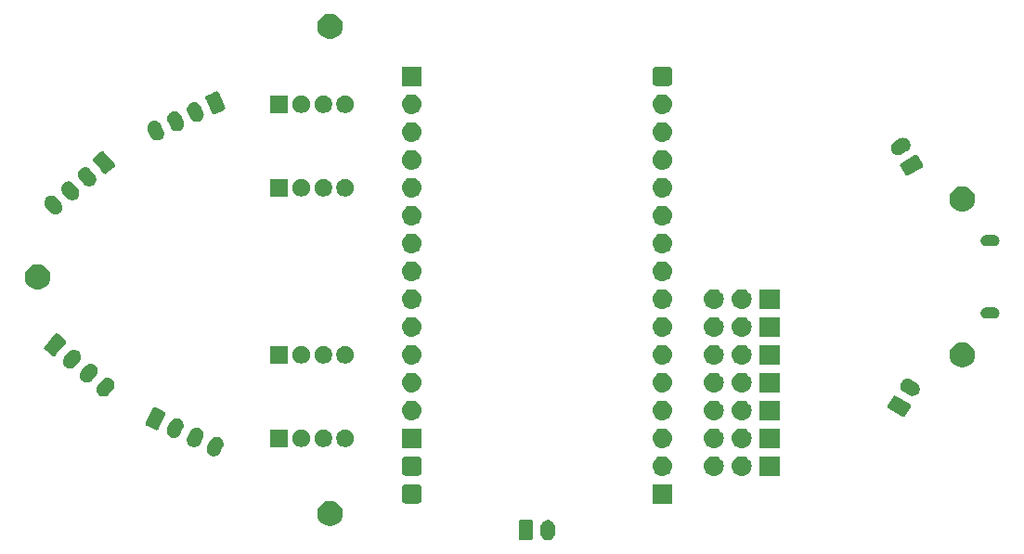
<source format=gbr>
G04 #@! TF.GenerationSoftware,KiCad,Pcbnew,(5.1.2-1)-1*
G04 #@! TF.CreationDate,2019-08-23T12:39:33+12:00*
G04 #@! TF.ProjectId,ccb,6363622e-6b69-4636-9164-5f7063625858,rev?*
G04 #@! TF.SameCoordinates,Original*
G04 #@! TF.FileFunction,Soldermask,Bot*
G04 #@! TF.FilePolarity,Negative*
%FSLAX46Y46*%
G04 Gerber Fmt 4.6, Leading zero omitted, Abs format (unit mm)*
G04 Created by KiCad (PCBNEW (5.1.2-1)-1) date 2019-08-23 12:39:33*
%MOMM*%
%LPD*%
G04 APERTURE LIST*
%ADD10C,0.100000*%
G04 APERTURE END LIST*
D10*
G36*
X142081617Y-81125420D02*
G01*
X142162399Y-81149925D01*
X142204335Y-81162646D01*
X142317424Y-81223094D01*
X142416554Y-81304447D01*
X142497906Y-81403575D01*
X142558354Y-81516664D01*
X142564827Y-81538003D01*
X142595580Y-81639382D01*
X142605000Y-81735027D01*
X142605000Y-82348973D01*
X142595580Y-82444618D01*
X142568040Y-82535404D01*
X142558354Y-82567336D01*
X142497906Y-82680425D01*
X142416554Y-82779554D01*
X142317425Y-82860906D01*
X142204336Y-82921354D01*
X142172404Y-82931040D01*
X142081618Y-82958580D01*
X141954000Y-82971149D01*
X141826383Y-82958580D01*
X141735597Y-82931040D01*
X141703665Y-82921354D01*
X141590576Y-82860906D01*
X141491447Y-82779554D01*
X141410096Y-82680427D01*
X141410095Y-82680425D01*
X141349647Y-82567336D01*
X141349645Y-82567333D01*
X141337237Y-82526427D01*
X141312420Y-82444618D01*
X141303000Y-82348973D01*
X141303000Y-81735028D01*
X141312420Y-81639383D01*
X141349645Y-81516669D01*
X141349646Y-81516665D01*
X141410094Y-81403576D01*
X141491447Y-81304446D01*
X141590575Y-81223094D01*
X141703664Y-81162646D01*
X141745600Y-81149925D01*
X141826382Y-81125420D01*
X141954000Y-81112851D01*
X142081617Y-81125420D01*
X142081617Y-81125420D01*
G37*
G36*
X140445242Y-81120404D02*
G01*
X140482337Y-81131657D01*
X140516515Y-81149925D01*
X140546481Y-81174519D01*
X140571075Y-81204485D01*
X140589343Y-81238663D01*
X140600596Y-81275758D01*
X140605000Y-81320474D01*
X140605000Y-82763526D01*
X140600596Y-82808242D01*
X140589343Y-82845337D01*
X140571075Y-82879515D01*
X140546481Y-82909481D01*
X140516515Y-82934075D01*
X140482337Y-82952343D01*
X140445242Y-82963596D01*
X140400526Y-82968000D01*
X139507474Y-82968000D01*
X139462758Y-82963596D01*
X139425663Y-82952343D01*
X139391485Y-82934075D01*
X139361519Y-82909481D01*
X139336925Y-82879515D01*
X139318657Y-82845337D01*
X139307404Y-82808242D01*
X139303000Y-82763526D01*
X139303000Y-81320474D01*
X139307404Y-81275758D01*
X139318657Y-81238663D01*
X139336925Y-81204485D01*
X139361519Y-81174519D01*
X139391485Y-81149925D01*
X139425663Y-81131657D01*
X139462758Y-81120404D01*
X139507474Y-81116000D01*
X140400526Y-81116000D01*
X140445242Y-81120404D01*
X140445242Y-81120404D01*
G37*
G36*
X122319560Y-79389116D02*
G01*
X122430745Y-79411232D01*
X122640214Y-79497997D01*
X122828731Y-79623960D01*
X122989051Y-79784280D01*
X123115014Y-79972797D01*
X123201779Y-80182266D01*
X123246011Y-80404636D01*
X123246011Y-80631364D01*
X123201779Y-80853734D01*
X123115014Y-81063203D01*
X122989051Y-81251720D01*
X122828731Y-81412040D01*
X122640214Y-81538003D01*
X122430745Y-81624768D01*
X122357275Y-81639382D01*
X122208376Y-81669000D01*
X121981646Y-81669000D01*
X121832747Y-81639382D01*
X121759277Y-81624768D01*
X121549808Y-81538003D01*
X121361291Y-81412040D01*
X121200971Y-81251720D01*
X121075008Y-81063203D01*
X120988243Y-80853734D01*
X120944011Y-80631364D01*
X120944011Y-80404636D01*
X120988243Y-80182266D01*
X121075008Y-79972797D01*
X121200971Y-79784280D01*
X121361291Y-79623960D01*
X121549808Y-79497997D01*
X121759277Y-79411232D01*
X121870462Y-79389116D01*
X121981646Y-79367000D01*
X122208376Y-79367000D01*
X122319560Y-79389116D01*
X122319560Y-79389116D01*
G37*
G36*
X153301000Y-79641000D02*
G01*
X151499000Y-79641000D01*
X151499000Y-77839000D01*
X153301000Y-77839000D01*
X153301000Y-79641000D01*
X153301000Y-79641000D01*
G37*
G36*
X130128578Y-77847048D02*
G01*
X130201249Y-77869093D01*
X130268225Y-77904892D01*
X130326930Y-77953070D01*
X130375108Y-78011775D01*
X130410907Y-78078751D01*
X130432952Y-78151422D01*
X130441000Y-78233140D01*
X130441000Y-79246860D01*
X130432952Y-79328578D01*
X130410907Y-79401249D01*
X130375108Y-79468225D01*
X130326930Y-79526930D01*
X130268225Y-79575108D01*
X130201249Y-79610907D01*
X130128578Y-79632952D01*
X130046860Y-79641000D01*
X129033140Y-79641000D01*
X128951422Y-79632952D01*
X128878751Y-79610907D01*
X128811775Y-79575108D01*
X128753070Y-79526930D01*
X128704892Y-79468225D01*
X128669093Y-79401249D01*
X128647048Y-79328578D01*
X128639000Y-79246860D01*
X128639000Y-78233140D01*
X128647048Y-78151422D01*
X128669093Y-78078751D01*
X128704892Y-78011775D01*
X128753070Y-77953070D01*
X128811775Y-77904892D01*
X128878751Y-77869093D01*
X128951422Y-77847048D01*
X129033140Y-77839000D01*
X130046860Y-77839000D01*
X130128578Y-77847048D01*
X130128578Y-77847048D01*
G37*
G36*
X157209442Y-75305518D02*
G01*
X157275627Y-75312037D01*
X157445466Y-75363557D01*
X157601991Y-75447222D01*
X157631909Y-75471775D01*
X157739186Y-75559814D01*
X157822448Y-75661271D01*
X157851778Y-75697009D01*
X157935443Y-75853534D01*
X157986963Y-76023373D01*
X158004359Y-76200000D01*
X157986963Y-76376627D01*
X157935443Y-76546466D01*
X157851778Y-76702991D01*
X157822728Y-76738388D01*
X157739186Y-76840186D01*
X157637729Y-76923448D01*
X157601991Y-76952778D01*
X157445466Y-77036443D01*
X157275627Y-77087963D01*
X157231145Y-77092344D01*
X157143260Y-77101000D01*
X157054740Y-77101000D01*
X156966855Y-77092344D01*
X156922373Y-77087963D01*
X156752534Y-77036443D01*
X156596009Y-76952778D01*
X156560271Y-76923448D01*
X156458814Y-76840186D01*
X156375272Y-76738388D01*
X156346222Y-76702991D01*
X156262557Y-76546466D01*
X156211037Y-76376627D01*
X156193641Y-76200000D01*
X156211037Y-76023373D01*
X156262557Y-75853534D01*
X156346222Y-75697009D01*
X156375552Y-75661271D01*
X156458814Y-75559814D01*
X156566091Y-75471775D01*
X156596009Y-75447222D01*
X156752534Y-75363557D01*
X156922373Y-75312037D01*
X156988558Y-75305518D01*
X157054740Y-75299000D01*
X157143260Y-75299000D01*
X157209442Y-75305518D01*
X157209442Y-75305518D01*
G37*
G36*
X159749442Y-75305518D02*
G01*
X159815627Y-75312037D01*
X159985466Y-75363557D01*
X160141991Y-75447222D01*
X160171909Y-75471775D01*
X160279186Y-75559814D01*
X160362448Y-75661271D01*
X160391778Y-75697009D01*
X160475443Y-75853534D01*
X160526963Y-76023373D01*
X160544359Y-76200000D01*
X160526963Y-76376627D01*
X160475443Y-76546466D01*
X160391778Y-76702991D01*
X160362728Y-76738388D01*
X160279186Y-76840186D01*
X160177729Y-76923448D01*
X160141991Y-76952778D01*
X159985466Y-77036443D01*
X159815627Y-77087963D01*
X159771145Y-77092344D01*
X159683260Y-77101000D01*
X159594740Y-77101000D01*
X159506855Y-77092344D01*
X159462373Y-77087963D01*
X159292534Y-77036443D01*
X159136009Y-76952778D01*
X159100271Y-76923448D01*
X158998814Y-76840186D01*
X158915272Y-76738388D01*
X158886222Y-76702991D01*
X158802557Y-76546466D01*
X158751037Y-76376627D01*
X158733641Y-76200000D01*
X158751037Y-76023373D01*
X158802557Y-75853534D01*
X158886222Y-75697009D01*
X158915552Y-75661271D01*
X158998814Y-75559814D01*
X159106091Y-75471775D01*
X159136009Y-75447222D01*
X159292534Y-75363557D01*
X159462373Y-75312037D01*
X159528558Y-75305518D01*
X159594740Y-75299000D01*
X159683260Y-75299000D01*
X159749442Y-75305518D01*
X159749442Y-75305518D01*
G37*
G36*
X163080000Y-77101000D02*
G01*
X161278000Y-77101000D01*
X161278000Y-75299000D01*
X163080000Y-75299000D01*
X163080000Y-77101000D01*
X163080000Y-77101000D01*
G37*
G36*
X152510442Y-75305518D02*
G01*
X152576627Y-75312037D01*
X152746466Y-75363557D01*
X152902991Y-75447222D01*
X152932909Y-75471775D01*
X153040186Y-75559814D01*
X153123448Y-75661271D01*
X153152778Y-75697009D01*
X153236443Y-75853534D01*
X153287963Y-76023373D01*
X153305359Y-76200000D01*
X153287963Y-76376627D01*
X153236443Y-76546466D01*
X153152778Y-76702991D01*
X153123728Y-76738388D01*
X153040186Y-76840186D01*
X152938729Y-76923448D01*
X152902991Y-76952778D01*
X152746466Y-77036443D01*
X152576627Y-77087963D01*
X152532145Y-77092344D01*
X152444260Y-77101000D01*
X152355740Y-77101000D01*
X152267855Y-77092344D01*
X152223373Y-77087963D01*
X152053534Y-77036443D01*
X151897009Y-76952778D01*
X151861271Y-76923448D01*
X151759814Y-76840186D01*
X151676272Y-76738388D01*
X151647222Y-76702991D01*
X151563557Y-76546466D01*
X151512037Y-76376627D01*
X151494641Y-76200000D01*
X151512037Y-76023373D01*
X151563557Y-75853534D01*
X151647222Y-75697009D01*
X151676552Y-75661271D01*
X151759814Y-75559814D01*
X151867091Y-75471775D01*
X151897009Y-75447222D01*
X152053534Y-75363557D01*
X152223373Y-75312037D01*
X152289558Y-75305518D01*
X152355740Y-75299000D01*
X152444260Y-75299000D01*
X152510442Y-75305518D01*
X152510442Y-75305518D01*
G37*
G36*
X130128578Y-75307048D02*
G01*
X130201249Y-75329093D01*
X130268225Y-75364892D01*
X130326930Y-75413070D01*
X130375108Y-75471775D01*
X130410907Y-75538751D01*
X130432952Y-75611422D01*
X130441000Y-75693140D01*
X130441000Y-76706860D01*
X130432952Y-76788578D01*
X130410907Y-76861249D01*
X130375108Y-76928225D01*
X130326930Y-76986930D01*
X130268225Y-77035108D01*
X130201249Y-77070907D01*
X130128578Y-77092952D01*
X130046860Y-77101000D01*
X129033140Y-77101000D01*
X128951422Y-77092952D01*
X128878751Y-77070907D01*
X128811775Y-77035108D01*
X128753070Y-76986930D01*
X128704892Y-76928225D01*
X128669093Y-76861249D01*
X128647048Y-76788578D01*
X128639000Y-76706860D01*
X128639000Y-75693140D01*
X128647048Y-75611422D01*
X128669093Y-75538751D01*
X128704892Y-75471775D01*
X128753070Y-75413070D01*
X128811775Y-75364892D01*
X128878751Y-75329093D01*
X128951422Y-75307048D01*
X129033140Y-75299000D01*
X130046860Y-75299000D01*
X130128578Y-75307048D01*
X130128578Y-75307048D01*
G37*
G36*
X111813194Y-73523314D02*
G01*
X111881548Y-73533072D01*
X111971048Y-73564547D01*
X112002523Y-73575615D01*
X112112870Y-73640939D01*
X112208355Y-73726536D01*
X112285308Y-73829122D01*
X112340767Y-73944743D01*
X112372603Y-74068961D01*
X112379594Y-74197008D01*
X112370080Y-74263645D01*
X112361469Y-74323957D01*
X112329586Y-74414622D01*
X112070121Y-74971046D01*
X112021162Y-75053749D01*
X111935564Y-75149234D01*
X111832983Y-75226184D01*
X111717356Y-75281645D01*
X111593140Y-75313481D01*
X111465095Y-75320472D01*
X111356271Y-75304935D01*
X111338146Y-75302347D01*
X111306673Y-75291279D01*
X111217173Y-75259806D01*
X111160379Y-75226184D01*
X111106823Y-75194480D01*
X111011338Y-75108882D01*
X110934388Y-75006301D01*
X110878927Y-74890674D01*
X110847091Y-74766458D01*
X110840100Y-74638413D01*
X110858225Y-74511465D01*
X110863508Y-74496443D01*
X110890109Y-74420799D01*
X111149573Y-73864374D01*
X111198532Y-73781671D01*
X111284131Y-73686186D01*
X111284132Y-73686186D01*
X111284133Y-73686184D01*
X111359032Y-73629999D01*
X111386712Y-73609235D01*
X111456915Y-73575562D01*
X111502337Y-73553775D01*
X111626554Y-73521939D01*
X111754599Y-73514948D01*
X111813194Y-73523314D01*
X111813194Y-73523314D01*
G37*
G36*
X163080000Y-74561000D02*
G01*
X161278000Y-74561000D01*
X161278000Y-72759000D01*
X163080000Y-72759000D01*
X163080000Y-74561000D01*
X163080000Y-74561000D01*
G37*
G36*
X159734015Y-72763999D02*
G01*
X159815627Y-72772037D01*
X159985466Y-72823557D01*
X160141991Y-72907222D01*
X160170155Y-72930336D01*
X160279186Y-73019814D01*
X160362448Y-73121271D01*
X160391778Y-73157009D01*
X160475443Y-73313534D01*
X160526963Y-73483373D01*
X160544359Y-73660000D01*
X160526963Y-73836627D01*
X160475443Y-74006466D01*
X160391778Y-74162991D01*
X160379251Y-74178255D01*
X160279186Y-74300186D01*
X160181357Y-74380471D01*
X160141991Y-74412778D01*
X159985466Y-74496443D01*
X159815627Y-74547963D01*
X159749442Y-74554482D01*
X159683260Y-74561000D01*
X159594740Y-74561000D01*
X159528558Y-74554482D01*
X159462373Y-74547963D01*
X159292534Y-74496443D01*
X159136009Y-74412778D01*
X159096643Y-74380471D01*
X158998814Y-74300186D01*
X158898749Y-74178255D01*
X158886222Y-74162991D01*
X158802557Y-74006466D01*
X158751037Y-73836627D01*
X158733641Y-73660000D01*
X158751037Y-73483373D01*
X158802557Y-73313534D01*
X158886222Y-73157009D01*
X158915552Y-73121271D01*
X158998814Y-73019814D01*
X159107845Y-72930336D01*
X159136009Y-72907222D01*
X159292534Y-72823557D01*
X159462373Y-72772037D01*
X159543985Y-72763999D01*
X159594740Y-72759000D01*
X159683260Y-72759000D01*
X159734015Y-72763999D01*
X159734015Y-72763999D01*
G37*
G36*
X157194015Y-72763999D02*
G01*
X157275627Y-72772037D01*
X157445466Y-72823557D01*
X157601991Y-72907222D01*
X157630155Y-72930336D01*
X157739186Y-73019814D01*
X157822448Y-73121271D01*
X157851778Y-73157009D01*
X157935443Y-73313534D01*
X157986963Y-73483373D01*
X158004359Y-73660000D01*
X157986963Y-73836627D01*
X157935443Y-74006466D01*
X157851778Y-74162991D01*
X157839251Y-74178255D01*
X157739186Y-74300186D01*
X157641357Y-74380471D01*
X157601991Y-74412778D01*
X157445466Y-74496443D01*
X157275627Y-74547963D01*
X157209442Y-74554482D01*
X157143260Y-74561000D01*
X157054740Y-74561000D01*
X156988558Y-74554482D01*
X156922373Y-74547963D01*
X156752534Y-74496443D01*
X156596009Y-74412778D01*
X156556643Y-74380471D01*
X156458814Y-74300186D01*
X156358749Y-74178255D01*
X156346222Y-74162991D01*
X156262557Y-74006466D01*
X156211037Y-73836627D01*
X156193641Y-73660000D01*
X156211037Y-73483373D01*
X156262557Y-73313534D01*
X156346222Y-73157009D01*
X156375552Y-73121271D01*
X156458814Y-73019814D01*
X156567845Y-72930336D01*
X156596009Y-72907222D01*
X156752534Y-72823557D01*
X156922373Y-72772037D01*
X157003985Y-72763999D01*
X157054740Y-72759000D01*
X157143260Y-72759000D01*
X157194015Y-72763999D01*
X157194015Y-72763999D01*
G37*
G36*
X152495015Y-72763999D02*
G01*
X152576627Y-72772037D01*
X152746466Y-72823557D01*
X152902991Y-72907222D01*
X152931155Y-72930336D01*
X153040186Y-73019814D01*
X153123448Y-73121271D01*
X153152778Y-73157009D01*
X153236443Y-73313534D01*
X153287963Y-73483373D01*
X153305359Y-73660000D01*
X153287963Y-73836627D01*
X153236443Y-74006466D01*
X153152778Y-74162991D01*
X153140251Y-74178255D01*
X153040186Y-74300186D01*
X152942357Y-74380471D01*
X152902991Y-74412778D01*
X152746466Y-74496443D01*
X152576627Y-74547963D01*
X152510442Y-74554482D01*
X152444260Y-74561000D01*
X152355740Y-74561000D01*
X152289558Y-74554482D01*
X152223373Y-74547963D01*
X152053534Y-74496443D01*
X151897009Y-74412778D01*
X151857643Y-74380471D01*
X151759814Y-74300186D01*
X151659749Y-74178255D01*
X151647222Y-74162991D01*
X151563557Y-74006466D01*
X151512037Y-73836627D01*
X151494641Y-73660000D01*
X151512037Y-73483373D01*
X151563557Y-73313534D01*
X151647222Y-73157009D01*
X151676552Y-73121271D01*
X151759814Y-73019814D01*
X151868845Y-72930336D01*
X151897009Y-72907222D01*
X152053534Y-72823557D01*
X152223373Y-72772037D01*
X152304985Y-72763999D01*
X152355740Y-72759000D01*
X152444260Y-72759000D01*
X152495015Y-72763999D01*
X152495015Y-72763999D01*
G37*
G36*
X130441000Y-74561000D02*
G01*
X128639000Y-74561000D01*
X128639000Y-72759000D01*
X130441000Y-72759000D01*
X130441000Y-74561000D01*
X130441000Y-74561000D01*
G37*
G36*
X110000578Y-72678077D02*
G01*
X110068932Y-72687835D01*
X110158432Y-72719310D01*
X110189907Y-72730378D01*
X110300254Y-72795702D01*
X110395739Y-72881299D01*
X110472692Y-72983885D01*
X110528151Y-73099506D01*
X110559987Y-73223724D01*
X110566978Y-73351771D01*
X110551117Y-73462859D01*
X110548853Y-73478720D01*
X110516970Y-73569385D01*
X110257505Y-74125809D01*
X110208546Y-74208512D01*
X110134152Y-74291499D01*
X110122948Y-74303997D01*
X110020367Y-74380947D01*
X109904740Y-74436408D01*
X109780524Y-74468244D01*
X109652479Y-74475235D01*
X109543655Y-74459698D01*
X109525530Y-74457110D01*
X109494057Y-74446042D01*
X109404557Y-74414569D01*
X109346959Y-74380471D01*
X109294207Y-74349243D01*
X109198722Y-74263645D01*
X109121772Y-74161064D01*
X109066311Y-74045437D01*
X109034475Y-73921221D01*
X109027484Y-73793176D01*
X109045609Y-73666228D01*
X109072004Y-73591172D01*
X109077493Y-73575562D01*
X109336957Y-73019137D01*
X109385916Y-72936434D01*
X109471515Y-72840949D01*
X109471516Y-72840949D01*
X109471517Y-72840947D01*
X109539902Y-72789648D01*
X109574096Y-72763998D01*
X109657175Y-72724149D01*
X109689721Y-72708538D01*
X109813938Y-72676702D01*
X109941983Y-72669711D01*
X110000578Y-72678077D01*
X110000578Y-72678077D01*
G37*
G36*
X118288000Y-74473000D02*
G01*
X116662000Y-74473000D01*
X116662000Y-72847000D01*
X118288000Y-72847000D01*
X118288000Y-74473000D01*
X118288000Y-74473000D01*
G37*
G36*
X123712142Y-72878242D02*
G01*
X123860101Y-72939529D01*
X123993255Y-73028499D01*
X124106501Y-73141745D01*
X124195471Y-73274899D01*
X124256758Y-73422858D01*
X124288000Y-73579925D01*
X124288000Y-73740075D01*
X124256758Y-73897142D01*
X124195471Y-74045101D01*
X124106501Y-74178255D01*
X123993255Y-74291501D01*
X123860101Y-74380471D01*
X123712142Y-74441758D01*
X123555075Y-74473000D01*
X123394925Y-74473000D01*
X123237858Y-74441758D01*
X123089899Y-74380471D01*
X122956745Y-74291501D01*
X122843499Y-74178255D01*
X122754529Y-74045101D01*
X122693242Y-73897142D01*
X122662000Y-73740075D01*
X122662000Y-73579925D01*
X122693242Y-73422858D01*
X122754529Y-73274899D01*
X122843499Y-73141745D01*
X122956745Y-73028499D01*
X123089899Y-72939529D01*
X123237858Y-72878242D01*
X123394925Y-72847000D01*
X123555075Y-72847000D01*
X123712142Y-72878242D01*
X123712142Y-72878242D01*
G37*
G36*
X121712142Y-72878242D02*
G01*
X121860101Y-72939529D01*
X121993255Y-73028499D01*
X122106501Y-73141745D01*
X122195471Y-73274899D01*
X122256758Y-73422858D01*
X122288000Y-73579925D01*
X122288000Y-73740075D01*
X122256758Y-73897142D01*
X122195471Y-74045101D01*
X122106501Y-74178255D01*
X121993255Y-74291501D01*
X121860101Y-74380471D01*
X121712142Y-74441758D01*
X121555075Y-74473000D01*
X121394925Y-74473000D01*
X121237858Y-74441758D01*
X121089899Y-74380471D01*
X120956745Y-74291501D01*
X120843499Y-74178255D01*
X120754529Y-74045101D01*
X120693242Y-73897142D01*
X120662000Y-73740075D01*
X120662000Y-73579925D01*
X120693242Y-73422858D01*
X120754529Y-73274899D01*
X120843499Y-73141745D01*
X120956745Y-73028499D01*
X121089899Y-72939529D01*
X121237858Y-72878242D01*
X121394925Y-72847000D01*
X121555075Y-72847000D01*
X121712142Y-72878242D01*
X121712142Y-72878242D01*
G37*
G36*
X119712142Y-72878242D02*
G01*
X119860101Y-72939529D01*
X119993255Y-73028499D01*
X120106501Y-73141745D01*
X120195471Y-73274899D01*
X120256758Y-73422858D01*
X120288000Y-73579925D01*
X120288000Y-73740075D01*
X120256758Y-73897142D01*
X120195471Y-74045101D01*
X120106501Y-74178255D01*
X119993255Y-74291501D01*
X119860101Y-74380471D01*
X119712142Y-74441758D01*
X119555075Y-74473000D01*
X119394925Y-74473000D01*
X119237858Y-74441758D01*
X119089899Y-74380471D01*
X118956745Y-74291501D01*
X118843499Y-74178255D01*
X118754529Y-74045101D01*
X118693242Y-73897142D01*
X118662000Y-73740075D01*
X118662000Y-73579925D01*
X118693242Y-73422858D01*
X118754529Y-73274899D01*
X118843499Y-73141745D01*
X118956745Y-73028499D01*
X119089899Y-72939529D01*
X119237858Y-72878242D01*
X119394925Y-72847000D01*
X119555075Y-72847000D01*
X119712142Y-72878242D01*
X119712142Y-72878242D01*
G37*
G36*
X108187963Y-71832841D02*
G01*
X108256317Y-71842599D01*
X108342133Y-71872778D01*
X108377292Y-71885142D01*
X108487639Y-71950466D01*
X108583124Y-72036063D01*
X108660077Y-72138649D01*
X108715536Y-72254270D01*
X108747372Y-72378488D01*
X108754363Y-72506535D01*
X108746622Y-72560751D01*
X108736238Y-72633484D01*
X108704355Y-72724149D01*
X108444890Y-73280573D01*
X108395931Y-73363276D01*
X108342519Y-73422857D01*
X108310333Y-73458761D01*
X108207752Y-73535711D01*
X108092125Y-73591172D01*
X107967909Y-73623008D01*
X107839864Y-73629999D01*
X107731040Y-73614462D01*
X107712915Y-73611874D01*
X107681442Y-73600806D01*
X107591942Y-73569333D01*
X107530692Y-73533073D01*
X107481592Y-73504007D01*
X107386107Y-73418409D01*
X107309157Y-73315828D01*
X107253696Y-73200201D01*
X107221860Y-73075985D01*
X107214869Y-72947940D01*
X107232994Y-72820992D01*
X107241682Y-72796288D01*
X107264878Y-72730326D01*
X107524342Y-72173901D01*
X107573301Y-72091198D01*
X107658900Y-71995713D01*
X107658901Y-71995713D01*
X107658902Y-71995711D01*
X107761480Y-71918763D01*
X107761479Y-71918763D01*
X107761481Y-71918762D01*
X107831574Y-71885142D01*
X107877106Y-71863302D01*
X108001323Y-71831466D01*
X108129368Y-71824475D01*
X108187963Y-71832841D01*
X108187963Y-71832841D01*
G37*
G36*
X106116264Y-70839142D02*
G01*
X106158652Y-70854048D01*
X106219169Y-70882268D01*
X106219173Y-70882269D01*
X106728988Y-71120000D01*
X106968038Y-71231471D01*
X107006701Y-71254360D01*
X107035560Y-71280230D01*
X107058822Y-71311241D01*
X107075584Y-71346185D01*
X107085208Y-71383739D01*
X107087321Y-71422441D01*
X107081843Y-71460810D01*
X107066937Y-71503197D01*
X107038719Y-71563712D01*
X107038716Y-71563719D01*
X106485297Y-72750531D01*
X106485292Y-72750540D01*
X106457074Y-72811053D01*
X106434185Y-72849716D01*
X106408315Y-72878575D01*
X106377304Y-72901837D01*
X106342360Y-72918599D01*
X106304806Y-72928223D01*
X106266104Y-72930336D01*
X106227736Y-72924858D01*
X106185348Y-72909952D01*
X106124831Y-72881732D01*
X106124827Y-72881731D01*
X105436484Y-72560751D01*
X105436483Y-72560750D01*
X105375962Y-72532529D01*
X105337299Y-72509640D01*
X105308440Y-72483770D01*
X105285178Y-72452759D01*
X105268416Y-72417815D01*
X105258792Y-72380261D01*
X105256679Y-72341559D01*
X105262157Y-72303190D01*
X105277063Y-72260803D01*
X105305281Y-72200288D01*
X105305284Y-72200281D01*
X105858703Y-71013469D01*
X105858708Y-71013460D01*
X105886926Y-70952947D01*
X105909815Y-70914284D01*
X105935685Y-70885425D01*
X105966696Y-70862163D01*
X106001640Y-70845401D01*
X106039194Y-70835777D01*
X106077896Y-70833664D01*
X106116264Y-70839142D01*
X106116264Y-70839142D01*
G37*
G36*
X129650442Y-70225518D02*
G01*
X129716627Y-70232037D01*
X129886466Y-70283557D01*
X130042991Y-70367222D01*
X130078729Y-70396552D01*
X130180186Y-70479814D01*
X130247758Y-70562152D01*
X130292778Y-70617009D01*
X130376443Y-70773534D01*
X130427963Y-70943373D01*
X130445359Y-71120000D01*
X130427963Y-71296627D01*
X130376443Y-71466466D01*
X130292778Y-71622991D01*
X130269200Y-71651721D01*
X130180186Y-71760186D01*
X130079764Y-71842599D01*
X130042991Y-71872778D01*
X129886466Y-71956443D01*
X129716627Y-72007963D01*
X129650443Y-72014481D01*
X129584260Y-72021000D01*
X129495740Y-72021000D01*
X129429557Y-72014481D01*
X129363373Y-72007963D01*
X129193534Y-71956443D01*
X129037009Y-71872778D01*
X129000236Y-71842599D01*
X128899814Y-71760186D01*
X128810800Y-71651721D01*
X128787222Y-71622991D01*
X128703557Y-71466466D01*
X128652037Y-71296627D01*
X128634641Y-71120000D01*
X128652037Y-70943373D01*
X128703557Y-70773534D01*
X128787222Y-70617009D01*
X128832242Y-70562152D01*
X128899814Y-70479814D01*
X129001271Y-70396552D01*
X129037009Y-70367222D01*
X129193534Y-70283557D01*
X129363373Y-70232037D01*
X129429558Y-70225518D01*
X129495740Y-70219000D01*
X129584260Y-70219000D01*
X129650442Y-70225518D01*
X129650442Y-70225518D01*
G37*
G36*
X157209442Y-70225518D02*
G01*
X157275627Y-70232037D01*
X157445466Y-70283557D01*
X157601991Y-70367222D01*
X157637729Y-70396552D01*
X157739186Y-70479814D01*
X157806758Y-70562152D01*
X157851778Y-70617009D01*
X157935443Y-70773534D01*
X157986963Y-70943373D01*
X158004359Y-71120000D01*
X157986963Y-71296627D01*
X157935443Y-71466466D01*
X157851778Y-71622991D01*
X157828200Y-71651721D01*
X157739186Y-71760186D01*
X157638764Y-71842599D01*
X157601991Y-71872778D01*
X157445466Y-71956443D01*
X157275627Y-72007963D01*
X157209443Y-72014481D01*
X157143260Y-72021000D01*
X157054740Y-72021000D01*
X156988557Y-72014481D01*
X156922373Y-72007963D01*
X156752534Y-71956443D01*
X156596009Y-71872778D01*
X156559236Y-71842599D01*
X156458814Y-71760186D01*
X156369800Y-71651721D01*
X156346222Y-71622991D01*
X156262557Y-71466466D01*
X156211037Y-71296627D01*
X156193641Y-71120000D01*
X156211037Y-70943373D01*
X156262557Y-70773534D01*
X156346222Y-70617009D01*
X156391242Y-70562152D01*
X156458814Y-70479814D01*
X156560271Y-70396552D01*
X156596009Y-70367222D01*
X156752534Y-70283557D01*
X156922373Y-70232037D01*
X156988558Y-70225518D01*
X157054740Y-70219000D01*
X157143260Y-70219000D01*
X157209442Y-70225518D01*
X157209442Y-70225518D01*
G37*
G36*
X159749442Y-70225518D02*
G01*
X159815627Y-70232037D01*
X159985466Y-70283557D01*
X160141991Y-70367222D01*
X160177729Y-70396552D01*
X160279186Y-70479814D01*
X160346758Y-70562152D01*
X160391778Y-70617009D01*
X160475443Y-70773534D01*
X160526963Y-70943373D01*
X160544359Y-71120000D01*
X160526963Y-71296627D01*
X160475443Y-71466466D01*
X160391778Y-71622991D01*
X160368200Y-71651721D01*
X160279186Y-71760186D01*
X160178764Y-71842599D01*
X160141991Y-71872778D01*
X159985466Y-71956443D01*
X159815627Y-72007963D01*
X159749443Y-72014481D01*
X159683260Y-72021000D01*
X159594740Y-72021000D01*
X159528557Y-72014481D01*
X159462373Y-72007963D01*
X159292534Y-71956443D01*
X159136009Y-71872778D01*
X159099236Y-71842599D01*
X158998814Y-71760186D01*
X158909800Y-71651721D01*
X158886222Y-71622991D01*
X158802557Y-71466466D01*
X158751037Y-71296627D01*
X158733641Y-71120000D01*
X158751037Y-70943373D01*
X158802557Y-70773534D01*
X158886222Y-70617009D01*
X158931242Y-70562152D01*
X158998814Y-70479814D01*
X159100271Y-70396552D01*
X159136009Y-70367222D01*
X159292534Y-70283557D01*
X159462373Y-70232037D01*
X159528558Y-70225518D01*
X159594740Y-70219000D01*
X159683260Y-70219000D01*
X159749442Y-70225518D01*
X159749442Y-70225518D01*
G37*
G36*
X163080000Y-72021000D02*
G01*
X161278000Y-72021000D01*
X161278000Y-70219000D01*
X163080000Y-70219000D01*
X163080000Y-72021000D01*
X163080000Y-72021000D01*
G37*
G36*
X152510442Y-70225518D02*
G01*
X152576627Y-70232037D01*
X152746466Y-70283557D01*
X152902991Y-70367222D01*
X152938729Y-70396552D01*
X153040186Y-70479814D01*
X153107758Y-70562152D01*
X153152778Y-70617009D01*
X153236443Y-70773534D01*
X153287963Y-70943373D01*
X153305359Y-71120000D01*
X153287963Y-71296627D01*
X153236443Y-71466466D01*
X153152778Y-71622991D01*
X153129200Y-71651721D01*
X153040186Y-71760186D01*
X152939764Y-71842599D01*
X152902991Y-71872778D01*
X152746466Y-71956443D01*
X152576627Y-72007963D01*
X152510443Y-72014481D01*
X152444260Y-72021000D01*
X152355740Y-72021000D01*
X152289557Y-72014481D01*
X152223373Y-72007963D01*
X152053534Y-71956443D01*
X151897009Y-71872778D01*
X151860236Y-71842599D01*
X151759814Y-71760186D01*
X151670800Y-71651721D01*
X151647222Y-71622991D01*
X151563557Y-71466466D01*
X151512037Y-71296627D01*
X151494641Y-71120000D01*
X151512037Y-70943373D01*
X151563557Y-70773534D01*
X151647222Y-70617009D01*
X151692242Y-70562152D01*
X151759814Y-70479814D01*
X151861271Y-70396552D01*
X151897009Y-70367222D01*
X152053534Y-70283557D01*
X152223373Y-70232037D01*
X152289558Y-70225518D01*
X152355740Y-70219000D01*
X152444260Y-70219000D01*
X152510442Y-70225518D01*
X152510442Y-70225518D01*
G37*
G36*
X173611962Y-69787108D02*
G01*
X173649715Y-69795911D01*
X173690644Y-69814456D01*
X174940357Y-70535977D01*
X174976884Y-70562152D01*
X175003378Y-70590440D01*
X175023851Y-70623362D01*
X175037504Y-70659636D01*
X175043817Y-70697878D01*
X175042549Y-70736619D01*
X175033746Y-70774372D01*
X175015201Y-70815301D01*
X174568679Y-71588702D01*
X174542505Y-71625226D01*
X174514216Y-71651721D01*
X174481295Y-71672194D01*
X174445021Y-71685847D01*
X174406779Y-71692160D01*
X174368038Y-71690892D01*
X174330285Y-71682089D01*
X174289356Y-71663544D01*
X173039643Y-70942023D01*
X173003116Y-70915848D01*
X172976622Y-70887560D01*
X172956149Y-70854638D01*
X172942496Y-70818364D01*
X172936183Y-70780122D01*
X172937451Y-70741381D01*
X172946254Y-70703628D01*
X172964799Y-70662699D01*
X173411321Y-69889298D01*
X173437495Y-69852774D01*
X173465784Y-69826279D01*
X173498705Y-69805806D01*
X173534979Y-69792153D01*
X173573221Y-69785840D01*
X173611962Y-69787108D01*
X173611962Y-69787108D01*
G37*
G36*
X101872251Y-68146804D02*
G01*
X101997743Y-68173192D01*
X102115673Y-68223555D01*
X102221511Y-68295956D01*
X102221513Y-68295958D01*
X102311195Y-68387618D01*
X102338866Y-68430024D01*
X102381272Y-68495013D01*
X102429050Y-68614016D01*
X102452694Y-68740051D01*
X102451294Y-68868282D01*
X102424906Y-68993774D01*
X102387016Y-69082496D01*
X102374543Y-69111704D01*
X102320280Y-69191027D01*
X101925642Y-69661336D01*
X101856946Y-69728549D01*
X101802798Y-69763881D01*
X101749550Y-69798626D01*
X101630549Y-69846404D01*
X101504513Y-69870048D01*
X101440753Y-69869352D01*
X101376284Y-69868649D01*
X101294399Y-69851430D01*
X101250791Y-69842260D01*
X101132861Y-69791897D01*
X101027023Y-69719496D01*
X101027021Y-69719494D01*
X100937339Y-69627834D01*
X100867263Y-69520439D01*
X100867262Y-69520438D01*
X100819484Y-69401437D01*
X100795840Y-69275401D01*
X100797113Y-69158771D01*
X100797239Y-69147172D01*
X100820037Y-69038757D01*
X100823628Y-69021679D01*
X100873991Y-68903749D01*
X100928250Y-68824431D01*
X100962120Y-68784066D01*
X101322892Y-68354116D01*
X101391588Y-68286903D01*
X101498982Y-68216827D01*
X101617985Y-68169048D01*
X101633115Y-68166210D01*
X101744020Y-68145404D01*
X101872251Y-68146804D01*
X101872251Y-68146804D01*
G37*
G36*
X174837223Y-68220896D02*
G01*
X174882214Y-68231387D01*
X174962112Y-68250016D01*
X175049653Y-68289680D01*
X175306793Y-68438140D01*
X175581343Y-68596651D01*
X175659466Y-68652633D01*
X175747129Y-68746230D01*
X175814845Y-68855127D01*
X175860016Y-68975140D01*
X175860016Y-68975142D01*
X175877822Y-69082989D01*
X175880905Y-69101667D01*
X175876710Y-69229829D01*
X175876709Y-69229832D01*
X175847590Y-69354718D01*
X175826422Y-69401436D01*
X175794666Y-69471523D01*
X175719973Y-69575758D01*
X175626376Y-69663421D01*
X175517479Y-69731137D01*
X175397465Y-69776308D01*
X175334201Y-69786753D01*
X175270940Y-69797197D01*
X175270938Y-69797197D01*
X175142776Y-69793002D01*
X175097785Y-69782511D01*
X175017887Y-69763882D01*
X174930346Y-69724218D01*
X174398654Y-69417245D01*
X174320533Y-69361264D01*
X174232872Y-69267669D01*
X174209342Y-69229829D01*
X174165155Y-69158771D01*
X174119984Y-69038757D01*
X174109481Y-68975140D01*
X174099095Y-68912232D01*
X174100534Y-68868281D01*
X174103290Y-68784069D01*
X174113781Y-68739078D01*
X174132410Y-68659180D01*
X174185334Y-68542375D01*
X174260028Y-68438139D01*
X174353623Y-68350478D01*
X174353624Y-68350477D01*
X174462521Y-68282761D01*
X174582535Y-68237590D01*
X174645798Y-68227146D01*
X174709060Y-68216701D01*
X174709062Y-68216701D01*
X174837223Y-68220896D01*
X174837223Y-68220896D01*
G37*
G36*
X129650443Y-67685519D02*
G01*
X129716627Y-67692037D01*
X129886466Y-67743557D01*
X130042991Y-67827222D01*
X130078729Y-67856552D01*
X130180186Y-67939814D01*
X130263448Y-68041271D01*
X130292778Y-68077009D01*
X130376443Y-68233534D01*
X130427963Y-68403373D01*
X130445359Y-68580000D01*
X130427963Y-68756627D01*
X130376443Y-68926466D01*
X130292778Y-69082991D01*
X130277451Y-69101667D01*
X130180186Y-69220186D01*
X130112905Y-69275401D01*
X130042991Y-69332778D01*
X129886466Y-69416443D01*
X129716627Y-69467963D01*
X129650442Y-69474482D01*
X129584260Y-69481000D01*
X129495740Y-69481000D01*
X129429558Y-69474482D01*
X129363373Y-69467963D01*
X129193534Y-69416443D01*
X129037009Y-69332778D01*
X128967095Y-69275401D01*
X128899814Y-69220186D01*
X128802549Y-69101667D01*
X128787222Y-69082991D01*
X128703557Y-68926466D01*
X128652037Y-68756627D01*
X128634641Y-68580000D01*
X128652037Y-68403373D01*
X128703557Y-68233534D01*
X128787222Y-68077009D01*
X128816552Y-68041271D01*
X128899814Y-67939814D01*
X129001271Y-67856552D01*
X129037009Y-67827222D01*
X129193534Y-67743557D01*
X129363373Y-67692037D01*
X129429557Y-67685519D01*
X129495740Y-67679000D01*
X129584260Y-67679000D01*
X129650443Y-67685519D01*
X129650443Y-67685519D01*
G37*
G36*
X157209443Y-67685519D02*
G01*
X157275627Y-67692037D01*
X157445466Y-67743557D01*
X157601991Y-67827222D01*
X157637729Y-67856552D01*
X157739186Y-67939814D01*
X157822448Y-68041271D01*
X157851778Y-68077009D01*
X157935443Y-68233534D01*
X157986963Y-68403373D01*
X158004359Y-68580000D01*
X157986963Y-68756627D01*
X157935443Y-68926466D01*
X157851778Y-69082991D01*
X157836451Y-69101667D01*
X157739186Y-69220186D01*
X157671905Y-69275401D01*
X157601991Y-69332778D01*
X157445466Y-69416443D01*
X157275627Y-69467963D01*
X157209442Y-69474482D01*
X157143260Y-69481000D01*
X157054740Y-69481000D01*
X156988558Y-69474482D01*
X156922373Y-69467963D01*
X156752534Y-69416443D01*
X156596009Y-69332778D01*
X156526095Y-69275401D01*
X156458814Y-69220186D01*
X156361549Y-69101667D01*
X156346222Y-69082991D01*
X156262557Y-68926466D01*
X156211037Y-68756627D01*
X156193641Y-68580000D01*
X156211037Y-68403373D01*
X156262557Y-68233534D01*
X156346222Y-68077009D01*
X156375552Y-68041271D01*
X156458814Y-67939814D01*
X156560271Y-67856552D01*
X156596009Y-67827222D01*
X156752534Y-67743557D01*
X156922373Y-67692037D01*
X156988557Y-67685519D01*
X157054740Y-67679000D01*
X157143260Y-67679000D01*
X157209443Y-67685519D01*
X157209443Y-67685519D01*
G37*
G36*
X159749443Y-67685519D02*
G01*
X159815627Y-67692037D01*
X159985466Y-67743557D01*
X160141991Y-67827222D01*
X160177729Y-67856552D01*
X160279186Y-67939814D01*
X160362448Y-68041271D01*
X160391778Y-68077009D01*
X160475443Y-68233534D01*
X160526963Y-68403373D01*
X160544359Y-68580000D01*
X160526963Y-68756627D01*
X160475443Y-68926466D01*
X160391778Y-69082991D01*
X160376451Y-69101667D01*
X160279186Y-69220186D01*
X160211905Y-69275401D01*
X160141991Y-69332778D01*
X159985466Y-69416443D01*
X159815627Y-69467963D01*
X159749442Y-69474482D01*
X159683260Y-69481000D01*
X159594740Y-69481000D01*
X159528558Y-69474482D01*
X159462373Y-69467963D01*
X159292534Y-69416443D01*
X159136009Y-69332778D01*
X159066095Y-69275401D01*
X158998814Y-69220186D01*
X158901549Y-69101667D01*
X158886222Y-69082991D01*
X158802557Y-68926466D01*
X158751037Y-68756627D01*
X158733641Y-68580000D01*
X158751037Y-68403373D01*
X158802557Y-68233534D01*
X158886222Y-68077009D01*
X158915552Y-68041271D01*
X158998814Y-67939814D01*
X159100271Y-67856552D01*
X159136009Y-67827222D01*
X159292534Y-67743557D01*
X159462373Y-67692037D01*
X159528557Y-67685519D01*
X159594740Y-67679000D01*
X159683260Y-67679000D01*
X159749443Y-67685519D01*
X159749443Y-67685519D01*
G37*
G36*
X163080000Y-69481000D02*
G01*
X161278000Y-69481000D01*
X161278000Y-67679000D01*
X163080000Y-67679000D01*
X163080000Y-69481000D01*
X163080000Y-69481000D01*
G37*
G36*
X152510443Y-67685519D02*
G01*
X152576627Y-67692037D01*
X152746466Y-67743557D01*
X152902991Y-67827222D01*
X152938729Y-67856552D01*
X153040186Y-67939814D01*
X153123448Y-68041271D01*
X153152778Y-68077009D01*
X153236443Y-68233534D01*
X153287963Y-68403373D01*
X153305359Y-68580000D01*
X153287963Y-68756627D01*
X153236443Y-68926466D01*
X153152778Y-69082991D01*
X153137451Y-69101667D01*
X153040186Y-69220186D01*
X152972905Y-69275401D01*
X152902991Y-69332778D01*
X152746466Y-69416443D01*
X152576627Y-69467963D01*
X152510442Y-69474482D01*
X152444260Y-69481000D01*
X152355740Y-69481000D01*
X152289558Y-69474482D01*
X152223373Y-69467963D01*
X152053534Y-69416443D01*
X151897009Y-69332778D01*
X151827095Y-69275401D01*
X151759814Y-69220186D01*
X151662549Y-69101667D01*
X151647222Y-69082991D01*
X151563557Y-68926466D01*
X151512037Y-68756627D01*
X151494641Y-68580000D01*
X151512037Y-68403373D01*
X151563557Y-68233534D01*
X151647222Y-68077009D01*
X151676552Y-68041271D01*
X151759814Y-67939814D01*
X151861271Y-67856552D01*
X151897009Y-67827222D01*
X152053534Y-67743557D01*
X152223373Y-67692037D01*
X152289557Y-67685519D01*
X152355740Y-67679000D01*
X152444260Y-67679000D01*
X152510443Y-67685519D01*
X152510443Y-67685519D01*
G37*
G36*
X100340162Y-66861228D02*
G01*
X100465654Y-66887616D01*
X100583584Y-66937979D01*
X100689422Y-67010380D01*
X100689424Y-67010382D01*
X100779106Y-67102042D01*
X100806777Y-67144448D01*
X100849183Y-67209437D01*
X100896961Y-67328440D01*
X100920605Y-67454475D01*
X100919205Y-67582706D01*
X100892817Y-67708198D01*
X100877716Y-67743558D01*
X100842454Y-67826128D01*
X100788191Y-67905451D01*
X100393553Y-68375760D01*
X100324857Y-68442973D01*
X100254780Y-68488699D01*
X100217461Y-68513050D01*
X100098460Y-68560828D01*
X99972424Y-68584472D01*
X99908664Y-68583776D01*
X99844195Y-68583073D01*
X99762310Y-68565854D01*
X99718702Y-68556684D01*
X99600772Y-68506321D01*
X99494934Y-68433920D01*
X99465048Y-68403375D01*
X99405250Y-68342258D01*
X99335174Y-68234863D01*
X99335173Y-68234862D01*
X99287395Y-68115861D01*
X99263751Y-67989825D01*
X99264672Y-67905450D01*
X99265150Y-67861596D01*
X99282369Y-67779711D01*
X99291539Y-67736103D01*
X99341902Y-67618173D01*
X99396161Y-67538855D01*
X99466963Y-67454477D01*
X99790803Y-67068540D01*
X99859499Y-67001327D01*
X99966893Y-66931251D01*
X100085896Y-66883472D01*
X100101026Y-66880634D01*
X100211931Y-66859828D01*
X100340162Y-66861228D01*
X100340162Y-66861228D01*
G37*
G36*
X98808073Y-65575653D02*
G01*
X98933565Y-65602041D01*
X99051495Y-65652404D01*
X99157333Y-65724805D01*
X99157335Y-65724807D01*
X99247017Y-65816467D01*
X99274688Y-65858873D01*
X99317094Y-65923862D01*
X99364872Y-66042865D01*
X99388516Y-66168900D01*
X99387116Y-66297131D01*
X99360728Y-66422623D01*
X99322838Y-66511345D01*
X99310365Y-66540553D01*
X99256102Y-66619876D01*
X98861464Y-67090185D01*
X98792768Y-67157398D01*
X98741271Y-67191000D01*
X98685372Y-67227475D01*
X98566371Y-67275253D01*
X98440335Y-67298897D01*
X98376575Y-67298201D01*
X98312106Y-67297498D01*
X98230221Y-67280279D01*
X98186613Y-67271109D01*
X98068683Y-67220746D01*
X97962845Y-67148345D01*
X97961302Y-67146768D01*
X97873161Y-67056683D01*
X97803085Y-66949288D01*
X97803084Y-66949287D01*
X97755306Y-66830286D01*
X97731662Y-66704250D01*
X97732583Y-66619875D01*
X97733061Y-66576021D01*
X97759450Y-66450530D01*
X97759450Y-66450528D01*
X97809813Y-66332598D01*
X97864072Y-66253280D01*
X97864076Y-66253275D01*
X98258714Y-65782965D01*
X98327410Y-65715752D01*
X98434804Y-65645676D01*
X98553807Y-65597897D01*
X98568937Y-65595059D01*
X98679842Y-65574253D01*
X98808073Y-65575653D01*
X98808073Y-65575653D01*
G37*
G36*
X179952192Y-64906070D02*
G01*
X180088745Y-64933232D01*
X180189816Y-64975097D01*
X180290325Y-65016729D01*
X180298214Y-65019997D01*
X180486731Y-65145960D01*
X180647051Y-65306280D01*
X180732853Y-65434692D01*
X180773015Y-65494799D01*
X180784176Y-65521745D01*
X180855334Y-65693534D01*
X180859779Y-65704267D01*
X180904011Y-65926635D01*
X180904011Y-66153365D01*
X180896878Y-66189223D01*
X180859779Y-66375734D01*
X180840357Y-66422623D01*
X180784176Y-66558257D01*
X180773014Y-66585203D01*
X180647051Y-66773720D01*
X180486731Y-66934040D01*
X180298214Y-67060003D01*
X180088745Y-67146768D01*
X180035304Y-67157398D01*
X179866376Y-67191000D01*
X179639646Y-67191000D01*
X179470718Y-67157398D01*
X179417277Y-67146768D01*
X179207808Y-67060003D01*
X179019291Y-66934040D01*
X178858971Y-66773720D01*
X178733008Y-66585203D01*
X178721847Y-66558257D01*
X178665665Y-66422623D01*
X178646243Y-66375734D01*
X178609144Y-66189223D01*
X178602011Y-66153365D01*
X178602011Y-65926635D01*
X178646243Y-65704267D01*
X178650689Y-65693534D01*
X178721846Y-65521745D01*
X178733007Y-65494799D01*
X178773169Y-65434692D01*
X178858971Y-65306280D01*
X179019291Y-65145960D01*
X179207808Y-65019997D01*
X179215698Y-65016729D01*
X179316206Y-64975097D01*
X179417277Y-64933232D01*
X179553830Y-64906070D01*
X179639646Y-64889000D01*
X179866376Y-64889000D01*
X179952192Y-64906070D01*
X179952192Y-64906070D01*
G37*
G36*
X152510442Y-65145518D02*
G01*
X152576627Y-65152037D01*
X152746466Y-65203557D01*
X152902991Y-65287222D01*
X152926213Y-65306280D01*
X153040186Y-65399814D01*
X153109580Y-65484372D01*
X153152778Y-65537009D01*
X153236443Y-65693534D01*
X153287963Y-65863373D01*
X153305359Y-66040000D01*
X153287963Y-66216627D01*
X153236443Y-66386466D01*
X153152778Y-66542991D01*
X153140251Y-66558255D01*
X153040186Y-66680186D01*
X152942357Y-66760471D01*
X152902991Y-66792778D01*
X152746466Y-66876443D01*
X152576627Y-66927963D01*
X152514925Y-66934040D01*
X152444260Y-66941000D01*
X152355740Y-66941000D01*
X152285075Y-66934040D01*
X152223373Y-66927963D01*
X152053534Y-66876443D01*
X151897009Y-66792778D01*
X151857643Y-66760471D01*
X151759814Y-66680186D01*
X151659749Y-66558255D01*
X151647222Y-66542991D01*
X151563557Y-66386466D01*
X151512037Y-66216627D01*
X151494641Y-66040000D01*
X151512037Y-65863373D01*
X151563557Y-65693534D01*
X151647222Y-65537009D01*
X151690420Y-65484372D01*
X151759814Y-65399814D01*
X151873787Y-65306280D01*
X151897009Y-65287222D01*
X152053534Y-65203557D01*
X152223373Y-65152037D01*
X152289558Y-65145518D01*
X152355740Y-65139000D01*
X152444260Y-65139000D01*
X152510442Y-65145518D01*
X152510442Y-65145518D01*
G37*
G36*
X163080000Y-66941000D02*
G01*
X161278000Y-66941000D01*
X161278000Y-65139000D01*
X163080000Y-65139000D01*
X163080000Y-66941000D01*
X163080000Y-66941000D01*
G37*
G36*
X129650442Y-65145518D02*
G01*
X129716627Y-65152037D01*
X129886466Y-65203557D01*
X130042991Y-65287222D01*
X130066213Y-65306280D01*
X130180186Y-65399814D01*
X130249580Y-65484372D01*
X130292778Y-65537009D01*
X130376443Y-65693534D01*
X130427963Y-65863373D01*
X130445359Y-66040000D01*
X130427963Y-66216627D01*
X130376443Y-66386466D01*
X130292778Y-66542991D01*
X130280251Y-66558255D01*
X130180186Y-66680186D01*
X130082357Y-66760471D01*
X130042991Y-66792778D01*
X129886466Y-66876443D01*
X129716627Y-66927963D01*
X129654925Y-66934040D01*
X129584260Y-66941000D01*
X129495740Y-66941000D01*
X129425075Y-66934040D01*
X129363373Y-66927963D01*
X129193534Y-66876443D01*
X129037009Y-66792778D01*
X128997643Y-66760471D01*
X128899814Y-66680186D01*
X128799749Y-66558255D01*
X128787222Y-66542991D01*
X128703557Y-66386466D01*
X128652037Y-66216627D01*
X128634641Y-66040000D01*
X128652037Y-65863373D01*
X128703557Y-65693534D01*
X128787222Y-65537009D01*
X128830420Y-65484372D01*
X128899814Y-65399814D01*
X129013787Y-65306280D01*
X129037009Y-65287222D01*
X129193534Y-65203557D01*
X129363373Y-65152037D01*
X129429558Y-65145518D01*
X129495740Y-65139000D01*
X129584260Y-65139000D01*
X129650442Y-65145518D01*
X129650442Y-65145518D01*
G37*
G36*
X159749442Y-65145518D02*
G01*
X159815627Y-65152037D01*
X159985466Y-65203557D01*
X160141991Y-65287222D01*
X160165213Y-65306280D01*
X160279186Y-65399814D01*
X160348580Y-65484372D01*
X160391778Y-65537009D01*
X160475443Y-65693534D01*
X160526963Y-65863373D01*
X160544359Y-66040000D01*
X160526963Y-66216627D01*
X160475443Y-66386466D01*
X160391778Y-66542991D01*
X160379251Y-66558255D01*
X160279186Y-66680186D01*
X160181357Y-66760471D01*
X160141991Y-66792778D01*
X159985466Y-66876443D01*
X159815627Y-66927963D01*
X159753925Y-66934040D01*
X159683260Y-66941000D01*
X159594740Y-66941000D01*
X159524075Y-66934040D01*
X159462373Y-66927963D01*
X159292534Y-66876443D01*
X159136009Y-66792778D01*
X159096643Y-66760471D01*
X158998814Y-66680186D01*
X158898749Y-66558255D01*
X158886222Y-66542991D01*
X158802557Y-66386466D01*
X158751037Y-66216627D01*
X158733641Y-66040000D01*
X158751037Y-65863373D01*
X158802557Y-65693534D01*
X158886222Y-65537009D01*
X158929420Y-65484372D01*
X158998814Y-65399814D01*
X159112787Y-65306280D01*
X159136009Y-65287222D01*
X159292534Y-65203557D01*
X159462373Y-65152037D01*
X159528558Y-65145518D01*
X159594740Y-65139000D01*
X159683260Y-65139000D01*
X159749442Y-65145518D01*
X159749442Y-65145518D01*
G37*
G36*
X157209442Y-65145518D02*
G01*
X157275627Y-65152037D01*
X157445466Y-65203557D01*
X157601991Y-65287222D01*
X157625213Y-65306280D01*
X157739186Y-65399814D01*
X157808580Y-65484372D01*
X157851778Y-65537009D01*
X157935443Y-65693534D01*
X157986963Y-65863373D01*
X158004359Y-66040000D01*
X157986963Y-66216627D01*
X157935443Y-66386466D01*
X157851778Y-66542991D01*
X157839251Y-66558255D01*
X157739186Y-66680186D01*
X157641357Y-66760471D01*
X157601991Y-66792778D01*
X157445466Y-66876443D01*
X157275627Y-66927963D01*
X157213925Y-66934040D01*
X157143260Y-66941000D01*
X157054740Y-66941000D01*
X156984075Y-66934040D01*
X156922373Y-66927963D01*
X156752534Y-66876443D01*
X156596009Y-66792778D01*
X156556643Y-66760471D01*
X156458814Y-66680186D01*
X156358749Y-66558255D01*
X156346222Y-66542991D01*
X156262557Y-66386466D01*
X156211037Y-66216627D01*
X156193641Y-66040000D01*
X156211037Y-65863373D01*
X156262557Y-65693534D01*
X156346222Y-65537009D01*
X156389420Y-65484372D01*
X156458814Y-65399814D01*
X156572787Y-65306280D01*
X156596009Y-65287222D01*
X156752534Y-65203557D01*
X156922373Y-65152037D01*
X156988558Y-65145518D01*
X157054740Y-65139000D01*
X157143260Y-65139000D01*
X157209442Y-65145518D01*
X157209442Y-65145518D01*
G37*
G36*
X121712142Y-65258242D02*
G01*
X121860101Y-65319529D01*
X121993255Y-65408499D01*
X122106501Y-65521745D01*
X122195471Y-65654899D01*
X122256758Y-65802858D01*
X122288000Y-65959925D01*
X122288000Y-66120075D01*
X122256758Y-66277142D01*
X122195471Y-66425101D01*
X122106501Y-66558255D01*
X121993255Y-66671501D01*
X121860101Y-66760471D01*
X121712142Y-66821758D01*
X121555075Y-66853000D01*
X121394925Y-66853000D01*
X121237858Y-66821758D01*
X121089899Y-66760471D01*
X120956745Y-66671501D01*
X120843499Y-66558255D01*
X120754529Y-66425101D01*
X120693242Y-66277142D01*
X120662000Y-66120075D01*
X120662000Y-65959925D01*
X120693242Y-65802858D01*
X120754529Y-65654899D01*
X120843499Y-65521745D01*
X120956745Y-65408499D01*
X121089899Y-65319529D01*
X121237858Y-65258242D01*
X121394925Y-65227000D01*
X121555075Y-65227000D01*
X121712142Y-65258242D01*
X121712142Y-65258242D01*
G37*
G36*
X123712142Y-65258242D02*
G01*
X123860101Y-65319529D01*
X123993255Y-65408499D01*
X124106501Y-65521745D01*
X124195471Y-65654899D01*
X124256758Y-65802858D01*
X124288000Y-65959925D01*
X124288000Y-66120075D01*
X124256758Y-66277142D01*
X124195471Y-66425101D01*
X124106501Y-66558255D01*
X123993255Y-66671501D01*
X123860101Y-66760471D01*
X123712142Y-66821758D01*
X123555075Y-66853000D01*
X123394925Y-66853000D01*
X123237858Y-66821758D01*
X123089899Y-66760471D01*
X122956745Y-66671501D01*
X122843499Y-66558255D01*
X122754529Y-66425101D01*
X122693242Y-66277142D01*
X122662000Y-66120075D01*
X122662000Y-65959925D01*
X122693242Y-65802858D01*
X122754529Y-65654899D01*
X122843499Y-65521745D01*
X122956745Y-65408499D01*
X123089899Y-65319529D01*
X123237858Y-65258242D01*
X123394925Y-65227000D01*
X123555075Y-65227000D01*
X123712142Y-65258242D01*
X123712142Y-65258242D01*
G37*
G36*
X118288000Y-66853000D02*
G01*
X116662000Y-66853000D01*
X116662000Y-65227000D01*
X118288000Y-65227000D01*
X118288000Y-66853000D01*
X118288000Y-66853000D01*
G37*
G36*
X119712142Y-65258242D02*
G01*
X119860101Y-65319529D01*
X119993255Y-65408499D01*
X120106501Y-65521745D01*
X120195471Y-65654899D01*
X120256758Y-65802858D01*
X120288000Y-65959925D01*
X120288000Y-66120075D01*
X120256758Y-66277142D01*
X120195471Y-66425101D01*
X120106501Y-66558255D01*
X119993255Y-66671501D01*
X119860101Y-66760471D01*
X119712142Y-66821758D01*
X119555075Y-66853000D01*
X119394925Y-66853000D01*
X119237858Y-66821758D01*
X119089899Y-66760471D01*
X118956745Y-66671501D01*
X118843499Y-66558255D01*
X118754529Y-66425101D01*
X118693242Y-66277142D01*
X118662000Y-66120075D01*
X118662000Y-65959925D01*
X118693242Y-65802858D01*
X118754529Y-65654899D01*
X118843499Y-65521745D01*
X118956745Y-65408499D01*
X119089899Y-65319529D01*
X119237858Y-65258242D01*
X119394925Y-65227000D01*
X119555075Y-65227000D01*
X119712142Y-65258242D01*
X119712142Y-65258242D01*
G37*
G36*
X97170499Y-64106054D02*
G01*
X97208430Y-64114030D01*
X97244080Y-64129254D01*
X97281158Y-64154618D01*
X97332306Y-64197536D01*
X97332316Y-64197543D01*
X97804409Y-64593676D01*
X97965281Y-64728664D01*
X97996703Y-64760780D01*
X98017885Y-64793242D01*
X98032327Y-64829213D01*
X98039474Y-64867308D01*
X98039050Y-64906070D01*
X98031074Y-64944001D01*
X98015850Y-64979651D01*
X97990486Y-65016729D01*
X97947568Y-65067877D01*
X97947561Y-65067887D01*
X97199052Y-65959925D01*
X97062907Y-66122176D01*
X97030792Y-66153597D01*
X96998327Y-66174782D01*
X96962358Y-66189223D01*
X96924263Y-66196370D01*
X96885501Y-66195946D01*
X96847570Y-66187970D01*
X96811920Y-66172746D01*
X96774842Y-66147382D01*
X96723694Y-66104464D01*
X96723684Y-66104457D01*
X96233963Y-65693532D01*
X96090719Y-65573336D01*
X96059297Y-65541220D01*
X96038115Y-65508758D01*
X96023673Y-65472787D01*
X96016526Y-65434692D01*
X96016950Y-65395930D01*
X96024926Y-65357999D01*
X96040150Y-65322349D01*
X96065514Y-65285271D01*
X96108432Y-65234123D01*
X96108439Y-65234113D01*
X96950171Y-64230976D01*
X96950173Y-64230974D01*
X96993093Y-64179824D01*
X97025208Y-64148403D01*
X97057673Y-64127218D01*
X97093642Y-64112777D01*
X97131737Y-64105630D01*
X97170499Y-64106054D01*
X97170499Y-64106054D01*
G37*
G36*
X163080000Y-64401000D02*
G01*
X161278000Y-64401000D01*
X161278000Y-62599000D01*
X163080000Y-62599000D01*
X163080000Y-64401000D01*
X163080000Y-64401000D01*
G37*
G36*
X159749442Y-62605518D02*
G01*
X159815627Y-62612037D01*
X159985466Y-62663557D01*
X160141991Y-62747222D01*
X160177729Y-62776552D01*
X160279186Y-62859814D01*
X160362448Y-62961271D01*
X160391778Y-62997009D01*
X160475443Y-63153534D01*
X160526963Y-63323373D01*
X160544359Y-63500000D01*
X160526963Y-63676627D01*
X160475443Y-63846466D01*
X160391778Y-64002991D01*
X160362448Y-64038729D01*
X160279186Y-64140186D01*
X160209295Y-64197543D01*
X160141991Y-64252778D01*
X159985466Y-64336443D01*
X159815627Y-64387963D01*
X159749442Y-64394482D01*
X159683260Y-64401000D01*
X159594740Y-64401000D01*
X159528558Y-64394482D01*
X159462373Y-64387963D01*
X159292534Y-64336443D01*
X159136009Y-64252778D01*
X159068705Y-64197543D01*
X158998814Y-64140186D01*
X158915552Y-64038729D01*
X158886222Y-64002991D01*
X158802557Y-63846466D01*
X158751037Y-63676627D01*
X158733641Y-63500000D01*
X158751037Y-63323373D01*
X158802557Y-63153534D01*
X158886222Y-62997009D01*
X158915552Y-62961271D01*
X158998814Y-62859814D01*
X159100271Y-62776552D01*
X159136009Y-62747222D01*
X159292534Y-62663557D01*
X159462373Y-62612037D01*
X159528558Y-62605518D01*
X159594740Y-62599000D01*
X159683260Y-62599000D01*
X159749442Y-62605518D01*
X159749442Y-62605518D01*
G37*
G36*
X157209442Y-62605518D02*
G01*
X157275627Y-62612037D01*
X157445466Y-62663557D01*
X157601991Y-62747222D01*
X157637729Y-62776552D01*
X157739186Y-62859814D01*
X157822448Y-62961271D01*
X157851778Y-62997009D01*
X157935443Y-63153534D01*
X157986963Y-63323373D01*
X158004359Y-63500000D01*
X157986963Y-63676627D01*
X157935443Y-63846466D01*
X157851778Y-64002991D01*
X157822448Y-64038729D01*
X157739186Y-64140186D01*
X157669295Y-64197543D01*
X157601991Y-64252778D01*
X157445466Y-64336443D01*
X157275627Y-64387963D01*
X157209442Y-64394482D01*
X157143260Y-64401000D01*
X157054740Y-64401000D01*
X156988558Y-64394482D01*
X156922373Y-64387963D01*
X156752534Y-64336443D01*
X156596009Y-64252778D01*
X156528705Y-64197543D01*
X156458814Y-64140186D01*
X156375552Y-64038729D01*
X156346222Y-64002991D01*
X156262557Y-63846466D01*
X156211037Y-63676627D01*
X156193641Y-63500000D01*
X156211037Y-63323373D01*
X156262557Y-63153534D01*
X156346222Y-62997009D01*
X156375552Y-62961271D01*
X156458814Y-62859814D01*
X156560271Y-62776552D01*
X156596009Y-62747222D01*
X156752534Y-62663557D01*
X156922373Y-62612037D01*
X156988558Y-62605518D01*
X157054740Y-62599000D01*
X157143260Y-62599000D01*
X157209442Y-62605518D01*
X157209442Y-62605518D01*
G37*
G36*
X152510442Y-62605518D02*
G01*
X152576627Y-62612037D01*
X152746466Y-62663557D01*
X152902991Y-62747222D01*
X152938729Y-62776552D01*
X153040186Y-62859814D01*
X153123448Y-62961271D01*
X153152778Y-62997009D01*
X153236443Y-63153534D01*
X153287963Y-63323373D01*
X153305359Y-63500000D01*
X153287963Y-63676627D01*
X153236443Y-63846466D01*
X153152778Y-64002991D01*
X153123448Y-64038729D01*
X153040186Y-64140186D01*
X152970295Y-64197543D01*
X152902991Y-64252778D01*
X152746466Y-64336443D01*
X152576627Y-64387963D01*
X152510442Y-64394482D01*
X152444260Y-64401000D01*
X152355740Y-64401000D01*
X152289558Y-64394482D01*
X152223373Y-64387963D01*
X152053534Y-64336443D01*
X151897009Y-64252778D01*
X151829705Y-64197543D01*
X151759814Y-64140186D01*
X151676552Y-64038729D01*
X151647222Y-64002991D01*
X151563557Y-63846466D01*
X151512037Y-63676627D01*
X151494641Y-63500000D01*
X151512037Y-63323373D01*
X151563557Y-63153534D01*
X151647222Y-62997009D01*
X151676552Y-62961271D01*
X151759814Y-62859814D01*
X151861271Y-62776552D01*
X151897009Y-62747222D01*
X152053534Y-62663557D01*
X152223373Y-62612037D01*
X152289558Y-62605518D01*
X152355740Y-62599000D01*
X152444260Y-62599000D01*
X152510442Y-62605518D01*
X152510442Y-62605518D01*
G37*
G36*
X129650442Y-62605518D02*
G01*
X129716627Y-62612037D01*
X129886466Y-62663557D01*
X130042991Y-62747222D01*
X130078729Y-62776552D01*
X130180186Y-62859814D01*
X130263448Y-62961271D01*
X130292778Y-62997009D01*
X130376443Y-63153534D01*
X130427963Y-63323373D01*
X130445359Y-63500000D01*
X130427963Y-63676627D01*
X130376443Y-63846466D01*
X130292778Y-64002991D01*
X130263448Y-64038729D01*
X130180186Y-64140186D01*
X130110295Y-64197543D01*
X130042991Y-64252778D01*
X129886466Y-64336443D01*
X129716627Y-64387963D01*
X129650442Y-64394482D01*
X129584260Y-64401000D01*
X129495740Y-64401000D01*
X129429558Y-64394482D01*
X129363373Y-64387963D01*
X129193534Y-64336443D01*
X129037009Y-64252778D01*
X128969705Y-64197543D01*
X128899814Y-64140186D01*
X128816552Y-64038729D01*
X128787222Y-64002991D01*
X128703557Y-63846466D01*
X128652037Y-63676627D01*
X128634641Y-63500000D01*
X128652037Y-63323373D01*
X128703557Y-63153534D01*
X128787222Y-62997009D01*
X128816552Y-62961271D01*
X128899814Y-62859814D01*
X129001271Y-62776552D01*
X129037009Y-62747222D01*
X129193534Y-62663557D01*
X129363373Y-62612037D01*
X129429558Y-62605518D01*
X129495740Y-62599000D01*
X129584260Y-62599000D01*
X129650442Y-62605518D01*
X129650442Y-62605518D01*
G37*
G36*
X182741224Y-61734249D02*
G01*
X182835663Y-61762897D01*
X182922698Y-61809418D01*
X182998986Y-61872025D01*
X183061593Y-61948313D01*
X183108114Y-62035348D01*
X183136762Y-62129787D01*
X183146435Y-62228000D01*
X183136762Y-62326213D01*
X183108114Y-62420652D01*
X183061593Y-62507687D01*
X182998986Y-62583975D01*
X182922698Y-62646582D01*
X182835663Y-62693103D01*
X182741224Y-62721751D01*
X182667623Y-62729000D01*
X181918399Y-62729000D01*
X181844798Y-62721751D01*
X181750359Y-62693103D01*
X181663324Y-62646582D01*
X181587036Y-62583975D01*
X181524429Y-62507687D01*
X181477908Y-62420652D01*
X181449260Y-62326213D01*
X181439587Y-62228000D01*
X181449260Y-62129787D01*
X181477908Y-62035348D01*
X181524429Y-61948313D01*
X181587036Y-61872025D01*
X181663324Y-61809418D01*
X181750359Y-61762897D01*
X181844798Y-61734249D01*
X181918399Y-61727000D01*
X182667623Y-61727000D01*
X182741224Y-61734249D01*
X182741224Y-61734249D01*
G37*
G36*
X157209442Y-60065518D02*
G01*
X157275627Y-60072037D01*
X157445466Y-60123557D01*
X157601991Y-60207222D01*
X157637729Y-60236552D01*
X157739186Y-60319814D01*
X157822448Y-60421271D01*
X157851778Y-60457009D01*
X157935443Y-60613534D01*
X157986963Y-60783373D01*
X158004359Y-60960000D01*
X157986963Y-61136627D01*
X157935443Y-61306466D01*
X157851778Y-61462991D01*
X157822448Y-61498729D01*
X157739186Y-61600186D01*
X157637729Y-61683448D01*
X157601991Y-61712778D01*
X157445466Y-61796443D01*
X157275627Y-61847963D01*
X157209443Y-61854481D01*
X157143260Y-61861000D01*
X157054740Y-61861000D01*
X156988557Y-61854481D01*
X156922373Y-61847963D01*
X156752534Y-61796443D01*
X156596009Y-61712778D01*
X156560271Y-61683448D01*
X156458814Y-61600186D01*
X156375552Y-61498729D01*
X156346222Y-61462991D01*
X156262557Y-61306466D01*
X156211037Y-61136627D01*
X156193641Y-60960000D01*
X156211037Y-60783373D01*
X156262557Y-60613534D01*
X156346222Y-60457009D01*
X156375552Y-60421271D01*
X156458814Y-60319814D01*
X156560271Y-60236552D01*
X156596009Y-60207222D01*
X156752534Y-60123557D01*
X156922373Y-60072037D01*
X156988558Y-60065518D01*
X157054740Y-60059000D01*
X157143260Y-60059000D01*
X157209442Y-60065518D01*
X157209442Y-60065518D01*
G37*
G36*
X129650442Y-60065518D02*
G01*
X129716627Y-60072037D01*
X129886466Y-60123557D01*
X130042991Y-60207222D01*
X130078729Y-60236552D01*
X130180186Y-60319814D01*
X130263448Y-60421271D01*
X130292778Y-60457009D01*
X130376443Y-60613534D01*
X130427963Y-60783373D01*
X130445359Y-60960000D01*
X130427963Y-61136627D01*
X130376443Y-61306466D01*
X130292778Y-61462991D01*
X130263448Y-61498729D01*
X130180186Y-61600186D01*
X130078729Y-61683448D01*
X130042991Y-61712778D01*
X129886466Y-61796443D01*
X129716627Y-61847963D01*
X129650443Y-61854481D01*
X129584260Y-61861000D01*
X129495740Y-61861000D01*
X129429557Y-61854481D01*
X129363373Y-61847963D01*
X129193534Y-61796443D01*
X129037009Y-61712778D01*
X129001271Y-61683448D01*
X128899814Y-61600186D01*
X128816552Y-61498729D01*
X128787222Y-61462991D01*
X128703557Y-61306466D01*
X128652037Y-61136627D01*
X128634641Y-60960000D01*
X128652037Y-60783373D01*
X128703557Y-60613534D01*
X128787222Y-60457009D01*
X128816552Y-60421271D01*
X128899814Y-60319814D01*
X129001271Y-60236552D01*
X129037009Y-60207222D01*
X129193534Y-60123557D01*
X129363373Y-60072037D01*
X129429558Y-60065518D01*
X129495740Y-60059000D01*
X129584260Y-60059000D01*
X129650442Y-60065518D01*
X129650442Y-60065518D01*
G37*
G36*
X152510442Y-60065518D02*
G01*
X152576627Y-60072037D01*
X152746466Y-60123557D01*
X152902991Y-60207222D01*
X152938729Y-60236552D01*
X153040186Y-60319814D01*
X153123448Y-60421271D01*
X153152778Y-60457009D01*
X153236443Y-60613534D01*
X153287963Y-60783373D01*
X153305359Y-60960000D01*
X153287963Y-61136627D01*
X153236443Y-61306466D01*
X153152778Y-61462991D01*
X153123448Y-61498729D01*
X153040186Y-61600186D01*
X152938729Y-61683448D01*
X152902991Y-61712778D01*
X152746466Y-61796443D01*
X152576627Y-61847963D01*
X152510443Y-61854481D01*
X152444260Y-61861000D01*
X152355740Y-61861000D01*
X152289557Y-61854481D01*
X152223373Y-61847963D01*
X152053534Y-61796443D01*
X151897009Y-61712778D01*
X151861271Y-61683448D01*
X151759814Y-61600186D01*
X151676552Y-61498729D01*
X151647222Y-61462991D01*
X151563557Y-61306466D01*
X151512037Y-61136627D01*
X151494641Y-60960000D01*
X151512037Y-60783373D01*
X151563557Y-60613534D01*
X151647222Y-60457009D01*
X151676552Y-60421271D01*
X151759814Y-60319814D01*
X151861271Y-60236552D01*
X151897009Y-60207222D01*
X152053534Y-60123557D01*
X152223373Y-60072037D01*
X152289558Y-60065518D01*
X152355740Y-60059000D01*
X152444260Y-60059000D01*
X152510442Y-60065518D01*
X152510442Y-60065518D01*
G37*
G36*
X159749442Y-60065518D02*
G01*
X159815627Y-60072037D01*
X159985466Y-60123557D01*
X160141991Y-60207222D01*
X160177729Y-60236552D01*
X160279186Y-60319814D01*
X160362448Y-60421271D01*
X160391778Y-60457009D01*
X160475443Y-60613534D01*
X160526963Y-60783373D01*
X160544359Y-60960000D01*
X160526963Y-61136627D01*
X160475443Y-61306466D01*
X160391778Y-61462991D01*
X160362448Y-61498729D01*
X160279186Y-61600186D01*
X160177729Y-61683448D01*
X160141991Y-61712778D01*
X159985466Y-61796443D01*
X159815627Y-61847963D01*
X159749443Y-61854481D01*
X159683260Y-61861000D01*
X159594740Y-61861000D01*
X159528557Y-61854481D01*
X159462373Y-61847963D01*
X159292534Y-61796443D01*
X159136009Y-61712778D01*
X159100271Y-61683448D01*
X158998814Y-61600186D01*
X158915552Y-61498729D01*
X158886222Y-61462991D01*
X158802557Y-61306466D01*
X158751037Y-61136627D01*
X158733641Y-60960000D01*
X158751037Y-60783373D01*
X158802557Y-60613534D01*
X158886222Y-60457009D01*
X158915552Y-60421271D01*
X158998814Y-60319814D01*
X159100271Y-60236552D01*
X159136009Y-60207222D01*
X159292534Y-60123557D01*
X159462373Y-60072037D01*
X159528558Y-60065518D01*
X159594740Y-60059000D01*
X159683260Y-60059000D01*
X159749442Y-60065518D01*
X159749442Y-60065518D01*
G37*
G36*
X163080000Y-61861000D02*
G01*
X161278000Y-61861000D01*
X161278000Y-60059000D01*
X163080000Y-60059000D01*
X163080000Y-61861000D01*
X163080000Y-61861000D01*
G37*
G36*
X95649560Y-57799116D02*
G01*
X95760745Y-57821232D01*
X95970214Y-57907997D01*
X96158731Y-58033960D01*
X96319051Y-58194280D01*
X96351855Y-58243375D01*
X96445015Y-58382799D01*
X96531779Y-58592267D01*
X96566430Y-58766466D01*
X96576011Y-58814636D01*
X96576011Y-59041364D01*
X96531779Y-59263734D01*
X96445014Y-59473203D01*
X96319051Y-59661720D01*
X96158731Y-59822040D01*
X95970214Y-59948003D01*
X95760745Y-60034768D01*
X95649560Y-60056884D01*
X95538376Y-60079000D01*
X95311646Y-60079000D01*
X95200462Y-60056884D01*
X95089277Y-60034768D01*
X94879808Y-59948003D01*
X94691291Y-59822040D01*
X94530971Y-59661720D01*
X94405008Y-59473203D01*
X94318243Y-59263734D01*
X94274011Y-59041364D01*
X94274011Y-58814636D01*
X94283593Y-58766466D01*
X94318243Y-58592267D01*
X94405007Y-58382799D01*
X94498167Y-58243375D01*
X94530971Y-58194280D01*
X94691291Y-58033960D01*
X94879808Y-57907997D01*
X95089277Y-57821232D01*
X95200462Y-57799116D01*
X95311646Y-57777000D01*
X95538376Y-57777000D01*
X95649560Y-57799116D01*
X95649560Y-57799116D01*
G37*
G36*
X129650443Y-57525519D02*
G01*
X129716627Y-57532037D01*
X129886466Y-57583557D01*
X130042991Y-57667222D01*
X130078729Y-57696552D01*
X130180186Y-57779814D01*
X130263448Y-57881271D01*
X130292778Y-57917009D01*
X130376443Y-58073534D01*
X130427963Y-58243373D01*
X130445359Y-58420000D01*
X130427963Y-58596627D01*
X130376443Y-58766466D01*
X130292778Y-58922991D01*
X130263448Y-58958729D01*
X130180186Y-59060186D01*
X130078729Y-59143448D01*
X130042991Y-59172778D01*
X129886466Y-59256443D01*
X129716627Y-59307963D01*
X129650442Y-59314482D01*
X129584260Y-59321000D01*
X129495740Y-59321000D01*
X129429558Y-59314482D01*
X129363373Y-59307963D01*
X129193534Y-59256443D01*
X129037009Y-59172778D01*
X129001271Y-59143448D01*
X128899814Y-59060186D01*
X128816552Y-58958729D01*
X128787222Y-58922991D01*
X128703557Y-58766466D01*
X128652037Y-58596627D01*
X128634641Y-58420000D01*
X128652037Y-58243373D01*
X128703557Y-58073534D01*
X128787222Y-57917009D01*
X128816552Y-57881271D01*
X128899814Y-57779814D01*
X129001271Y-57696552D01*
X129037009Y-57667222D01*
X129193534Y-57583557D01*
X129363373Y-57532037D01*
X129429557Y-57525519D01*
X129495740Y-57519000D01*
X129584260Y-57519000D01*
X129650443Y-57525519D01*
X129650443Y-57525519D01*
G37*
G36*
X152510443Y-57525519D02*
G01*
X152576627Y-57532037D01*
X152746466Y-57583557D01*
X152902991Y-57667222D01*
X152938729Y-57696552D01*
X153040186Y-57779814D01*
X153123448Y-57881271D01*
X153152778Y-57917009D01*
X153236443Y-58073534D01*
X153287963Y-58243373D01*
X153305359Y-58420000D01*
X153287963Y-58596627D01*
X153236443Y-58766466D01*
X153152778Y-58922991D01*
X153123448Y-58958729D01*
X153040186Y-59060186D01*
X152938729Y-59143448D01*
X152902991Y-59172778D01*
X152746466Y-59256443D01*
X152576627Y-59307963D01*
X152510442Y-59314482D01*
X152444260Y-59321000D01*
X152355740Y-59321000D01*
X152289558Y-59314482D01*
X152223373Y-59307963D01*
X152053534Y-59256443D01*
X151897009Y-59172778D01*
X151861271Y-59143448D01*
X151759814Y-59060186D01*
X151676552Y-58958729D01*
X151647222Y-58922991D01*
X151563557Y-58766466D01*
X151512037Y-58596627D01*
X151494641Y-58420000D01*
X151512037Y-58243373D01*
X151563557Y-58073534D01*
X151647222Y-57917009D01*
X151676552Y-57881271D01*
X151759814Y-57779814D01*
X151861271Y-57696552D01*
X151897009Y-57667222D01*
X152053534Y-57583557D01*
X152223373Y-57532037D01*
X152289557Y-57525519D01*
X152355740Y-57519000D01*
X152444260Y-57519000D01*
X152510443Y-57525519D01*
X152510443Y-57525519D01*
G37*
G36*
X129650443Y-54985519D02*
G01*
X129716627Y-54992037D01*
X129886466Y-55043557D01*
X130042991Y-55127222D01*
X130078729Y-55156552D01*
X130180186Y-55239814D01*
X130263448Y-55341271D01*
X130292778Y-55377009D01*
X130376443Y-55533534D01*
X130427963Y-55703373D01*
X130445359Y-55880000D01*
X130427963Y-56056627D01*
X130376443Y-56226466D01*
X130292778Y-56382991D01*
X130263448Y-56418729D01*
X130180186Y-56520186D01*
X130078729Y-56603448D01*
X130042991Y-56632778D01*
X129886466Y-56716443D01*
X129716627Y-56767963D01*
X129650443Y-56774481D01*
X129584260Y-56781000D01*
X129495740Y-56781000D01*
X129429557Y-56774481D01*
X129363373Y-56767963D01*
X129193534Y-56716443D01*
X129037009Y-56632778D01*
X129001271Y-56603448D01*
X128899814Y-56520186D01*
X128816552Y-56418729D01*
X128787222Y-56382991D01*
X128703557Y-56226466D01*
X128652037Y-56056627D01*
X128634641Y-55880000D01*
X128652037Y-55703373D01*
X128703557Y-55533534D01*
X128787222Y-55377009D01*
X128816552Y-55341271D01*
X128899814Y-55239814D01*
X129001271Y-55156552D01*
X129037009Y-55127222D01*
X129193534Y-55043557D01*
X129363373Y-54992037D01*
X129429557Y-54985519D01*
X129495740Y-54979000D01*
X129584260Y-54979000D01*
X129650443Y-54985519D01*
X129650443Y-54985519D01*
G37*
G36*
X152510443Y-54985519D02*
G01*
X152576627Y-54992037D01*
X152746466Y-55043557D01*
X152902991Y-55127222D01*
X152938729Y-55156552D01*
X153040186Y-55239814D01*
X153123448Y-55341271D01*
X153152778Y-55377009D01*
X153236443Y-55533534D01*
X153287963Y-55703373D01*
X153305359Y-55880000D01*
X153287963Y-56056627D01*
X153236443Y-56226466D01*
X153152778Y-56382991D01*
X153123448Y-56418729D01*
X153040186Y-56520186D01*
X152938729Y-56603448D01*
X152902991Y-56632778D01*
X152746466Y-56716443D01*
X152576627Y-56767963D01*
X152510443Y-56774481D01*
X152444260Y-56781000D01*
X152355740Y-56781000D01*
X152289557Y-56774481D01*
X152223373Y-56767963D01*
X152053534Y-56716443D01*
X151897009Y-56632778D01*
X151861271Y-56603448D01*
X151759814Y-56520186D01*
X151676552Y-56418729D01*
X151647222Y-56382991D01*
X151563557Y-56226466D01*
X151512037Y-56056627D01*
X151494641Y-55880000D01*
X151512037Y-55703373D01*
X151563557Y-55533534D01*
X151647222Y-55377009D01*
X151676552Y-55341271D01*
X151759814Y-55239814D01*
X151861271Y-55156552D01*
X151897009Y-55127222D01*
X152053534Y-55043557D01*
X152223373Y-54992037D01*
X152289557Y-54985519D01*
X152355740Y-54979000D01*
X152444260Y-54979000D01*
X152510443Y-54985519D01*
X152510443Y-54985519D01*
G37*
G36*
X182741224Y-55134249D02*
G01*
X182835663Y-55162897D01*
X182922698Y-55209418D01*
X182998986Y-55272025D01*
X183061593Y-55348313D01*
X183108114Y-55435348D01*
X183136762Y-55529787D01*
X183146435Y-55628000D01*
X183136762Y-55726213D01*
X183108114Y-55820652D01*
X183061593Y-55907687D01*
X182998986Y-55983975D01*
X182922698Y-56046582D01*
X182835663Y-56093103D01*
X182741224Y-56121751D01*
X182667623Y-56129000D01*
X181918399Y-56129000D01*
X181844798Y-56121751D01*
X181750359Y-56093103D01*
X181663324Y-56046582D01*
X181587036Y-55983975D01*
X181524429Y-55907687D01*
X181477908Y-55820652D01*
X181449260Y-55726213D01*
X181439587Y-55628000D01*
X181449260Y-55529787D01*
X181477908Y-55435348D01*
X181524429Y-55348313D01*
X181587036Y-55272025D01*
X181663324Y-55209418D01*
X181750359Y-55162897D01*
X181844798Y-55134249D01*
X181918399Y-55127000D01*
X182667623Y-55127000D01*
X182741224Y-55134249D01*
X182741224Y-55134249D01*
G37*
G36*
X129650443Y-52445519D02*
G01*
X129716627Y-52452037D01*
X129886466Y-52503557D01*
X130042991Y-52587222D01*
X130078729Y-52616552D01*
X130180186Y-52699814D01*
X130263448Y-52801271D01*
X130292778Y-52837009D01*
X130292779Y-52837011D01*
X130338618Y-52922768D01*
X130376443Y-52993534D01*
X130427963Y-53163373D01*
X130445359Y-53340000D01*
X130427963Y-53516627D01*
X130376443Y-53686466D01*
X130292778Y-53842991D01*
X130263448Y-53878729D01*
X130180186Y-53980186D01*
X130078729Y-54063448D01*
X130042991Y-54092778D01*
X129886466Y-54176443D01*
X129716627Y-54227963D01*
X129650442Y-54234482D01*
X129584260Y-54241000D01*
X129495740Y-54241000D01*
X129429558Y-54234482D01*
X129363373Y-54227963D01*
X129193534Y-54176443D01*
X129037009Y-54092778D01*
X129001271Y-54063448D01*
X128899814Y-53980186D01*
X128816552Y-53878729D01*
X128787222Y-53842991D01*
X128703557Y-53686466D01*
X128652037Y-53516627D01*
X128634641Y-53340000D01*
X128652037Y-53163373D01*
X128703557Y-52993534D01*
X128741383Y-52922768D01*
X128787221Y-52837011D01*
X128787222Y-52837009D01*
X128816552Y-52801271D01*
X128899814Y-52699814D01*
X129001271Y-52616552D01*
X129037009Y-52587222D01*
X129193534Y-52503557D01*
X129363373Y-52452037D01*
X129429558Y-52445518D01*
X129495740Y-52439000D01*
X129584260Y-52439000D01*
X129650443Y-52445519D01*
X129650443Y-52445519D01*
G37*
G36*
X152510443Y-52445519D02*
G01*
X152576627Y-52452037D01*
X152746466Y-52503557D01*
X152902991Y-52587222D01*
X152938729Y-52616552D01*
X153040186Y-52699814D01*
X153123448Y-52801271D01*
X153152778Y-52837009D01*
X153152779Y-52837011D01*
X153198618Y-52922768D01*
X153236443Y-52993534D01*
X153287963Y-53163373D01*
X153305359Y-53340000D01*
X153287963Y-53516627D01*
X153236443Y-53686466D01*
X153152778Y-53842991D01*
X153123448Y-53878729D01*
X153040186Y-53980186D01*
X152938729Y-54063448D01*
X152902991Y-54092778D01*
X152746466Y-54176443D01*
X152576627Y-54227963D01*
X152510442Y-54234482D01*
X152444260Y-54241000D01*
X152355740Y-54241000D01*
X152289558Y-54234482D01*
X152223373Y-54227963D01*
X152053534Y-54176443D01*
X151897009Y-54092778D01*
X151861271Y-54063448D01*
X151759814Y-53980186D01*
X151676552Y-53878729D01*
X151647222Y-53842991D01*
X151563557Y-53686466D01*
X151512037Y-53516627D01*
X151494641Y-53340000D01*
X151512037Y-53163373D01*
X151563557Y-52993534D01*
X151601383Y-52922768D01*
X151647221Y-52837011D01*
X151647222Y-52837009D01*
X151676552Y-52801271D01*
X151759814Y-52699814D01*
X151861271Y-52616552D01*
X151897009Y-52587222D01*
X152053534Y-52503557D01*
X152223373Y-52452037D01*
X152289558Y-52445518D01*
X152355740Y-52439000D01*
X152444260Y-52439000D01*
X152510443Y-52445519D01*
X152510443Y-52445519D01*
G37*
G36*
X96883015Y-51532048D02*
G01*
X97002016Y-51579826D01*
X97012328Y-51586555D01*
X97109412Y-51649903D01*
X97178108Y-51717116D01*
X97572746Y-52187425D01*
X97627009Y-52266748D01*
X97627010Y-52266751D01*
X97677372Y-52384678D01*
X97703760Y-52510170D01*
X97705160Y-52638401D01*
X97681516Y-52764436D01*
X97633738Y-52883439D01*
X97608075Y-52922768D01*
X97563661Y-52990834D01*
X97473979Y-53082494D01*
X97473977Y-53082496D01*
X97368139Y-53154897D01*
X97250209Y-53205260D01*
X97124717Y-53231648D01*
X96996486Y-53233048D01*
X96885581Y-53212242D01*
X96870451Y-53209404D01*
X96751448Y-53161625D01*
X96644054Y-53091549D01*
X96575358Y-53024336D01*
X96180720Y-52554026D01*
X96180719Y-52554025D01*
X96180716Y-52554021D01*
X96126457Y-52474703D01*
X96076094Y-52356773D01*
X96066924Y-52313165D01*
X96049705Y-52231280D01*
X96048838Y-52151733D01*
X96048306Y-52103051D01*
X96071950Y-51977015D01*
X96119728Y-51858014D01*
X96144079Y-51820695D01*
X96189805Y-51750618D01*
X96279487Y-51658958D01*
X96279489Y-51658956D01*
X96385327Y-51586555D01*
X96503257Y-51536192D01*
X96546865Y-51527022D01*
X96628750Y-51509803D01*
X96693219Y-51509100D01*
X96756979Y-51508404D01*
X96883015Y-51532048D01*
X96883015Y-51532048D01*
G37*
G36*
X179977560Y-50687116D02*
G01*
X180088745Y-50709232D01*
X180298214Y-50795997D01*
X180486731Y-50921960D01*
X180647051Y-51082280D01*
X180773014Y-51270797D01*
X180859197Y-51478860D01*
X180859779Y-51480267D01*
X180904011Y-51702635D01*
X180904011Y-51929365D01*
X180881895Y-52040549D01*
X180859779Y-52151734D01*
X180773014Y-52361203D01*
X180647051Y-52549720D01*
X180486731Y-52710040D01*
X180298214Y-52836003D01*
X180298213Y-52836004D01*
X180298212Y-52836004D01*
X180236861Y-52861416D01*
X180088745Y-52922768D01*
X179977560Y-52944884D01*
X179866376Y-52967000D01*
X179639646Y-52967000D01*
X179528462Y-52944884D01*
X179417277Y-52922768D01*
X179269161Y-52861416D01*
X179207810Y-52836004D01*
X179207809Y-52836004D01*
X179207808Y-52836003D01*
X179019291Y-52710040D01*
X178858971Y-52549720D01*
X178733008Y-52361203D01*
X178646243Y-52151734D01*
X178624127Y-52040549D01*
X178602011Y-51929365D01*
X178602011Y-51702635D01*
X178646243Y-51480267D01*
X178646826Y-51478860D01*
X178733008Y-51270797D01*
X178858971Y-51082280D01*
X179019291Y-50921960D01*
X179207808Y-50795997D01*
X179417277Y-50709232D01*
X179528462Y-50687116D01*
X179639646Y-50665000D01*
X179866376Y-50665000D01*
X179977560Y-50687116D01*
X179977560Y-50687116D01*
G37*
G36*
X98415104Y-50246472D02*
G01*
X98534105Y-50294250D01*
X98538333Y-50297009D01*
X98641501Y-50364327D01*
X98710197Y-50431540D01*
X99104835Y-50901849D01*
X99159098Y-50981172D01*
X99159099Y-50981175D01*
X99209461Y-51099102D01*
X99235849Y-51224594D01*
X99237249Y-51352825D01*
X99213605Y-51478860D01*
X99165827Y-51597863D01*
X99131870Y-51649903D01*
X99095750Y-51705258D01*
X99006068Y-51796918D01*
X99006066Y-51796920D01*
X98900228Y-51869321D01*
X98782298Y-51919684D01*
X98656806Y-51946072D01*
X98528575Y-51947472D01*
X98417670Y-51926666D01*
X98402540Y-51923828D01*
X98283537Y-51876049D01*
X98176143Y-51805973D01*
X98107447Y-51738760D01*
X97712809Y-51268450D01*
X97712808Y-51268449D01*
X97712805Y-51268445D01*
X97658546Y-51189127D01*
X97608183Y-51071197D01*
X97599013Y-51027589D01*
X97581794Y-50945704D01*
X97581078Y-50880074D01*
X97580395Y-50817475D01*
X97604039Y-50691439D01*
X97651817Y-50572438D01*
X97691682Y-50511343D01*
X97721894Y-50465042D01*
X97811576Y-50373382D01*
X97811578Y-50373380D01*
X97917416Y-50300979D01*
X98035346Y-50250616D01*
X98078954Y-50241446D01*
X98160839Y-50224227D01*
X98225308Y-50223524D01*
X98289068Y-50222828D01*
X98415104Y-50246472D01*
X98415104Y-50246472D01*
G37*
G36*
X129650442Y-49905518D02*
G01*
X129716627Y-49912037D01*
X129886466Y-49963557D01*
X130042991Y-50047222D01*
X130067395Y-50067250D01*
X130180186Y-50159814D01*
X130233048Y-50224228D01*
X130292778Y-50297009D01*
X130292779Y-50297011D01*
X130376257Y-50453185D01*
X130376443Y-50453534D01*
X130427963Y-50623373D01*
X130445359Y-50800000D01*
X130427963Y-50976627D01*
X130376443Y-51146466D01*
X130292778Y-51302991D01*
X130280251Y-51318255D01*
X130180186Y-51440186D01*
X130095356Y-51509803D01*
X130042991Y-51552778D01*
X129886466Y-51636443D01*
X129716627Y-51687963D01*
X129650442Y-51694482D01*
X129584260Y-51701000D01*
X129495740Y-51701000D01*
X129429558Y-51694482D01*
X129363373Y-51687963D01*
X129193534Y-51636443D01*
X129037009Y-51552778D01*
X128984644Y-51509803D01*
X128899814Y-51440186D01*
X128799749Y-51318255D01*
X128787222Y-51302991D01*
X128703557Y-51146466D01*
X128652037Y-50976627D01*
X128634641Y-50800000D01*
X128652037Y-50623373D01*
X128703557Y-50453534D01*
X128703744Y-50453185D01*
X128787221Y-50297011D01*
X128787222Y-50297009D01*
X128846952Y-50224228D01*
X128899814Y-50159814D01*
X129012605Y-50067250D01*
X129037009Y-50047222D01*
X129193534Y-49963557D01*
X129363373Y-49912037D01*
X129429557Y-49905519D01*
X129495740Y-49899000D01*
X129584260Y-49899000D01*
X129650442Y-49905518D01*
X129650442Y-49905518D01*
G37*
G36*
X152510442Y-49905518D02*
G01*
X152576627Y-49912037D01*
X152746466Y-49963557D01*
X152902991Y-50047222D01*
X152927395Y-50067250D01*
X153040186Y-50159814D01*
X153093048Y-50224228D01*
X153152778Y-50297009D01*
X153152779Y-50297011D01*
X153236257Y-50453185D01*
X153236443Y-50453534D01*
X153287963Y-50623373D01*
X153305359Y-50800000D01*
X153287963Y-50976627D01*
X153236443Y-51146466D01*
X153152778Y-51302991D01*
X153140251Y-51318255D01*
X153040186Y-51440186D01*
X152955356Y-51509803D01*
X152902991Y-51552778D01*
X152746466Y-51636443D01*
X152576627Y-51687963D01*
X152510442Y-51694482D01*
X152444260Y-51701000D01*
X152355740Y-51701000D01*
X152289558Y-51694482D01*
X152223373Y-51687963D01*
X152053534Y-51636443D01*
X151897009Y-51552778D01*
X151844644Y-51509803D01*
X151759814Y-51440186D01*
X151659749Y-51318255D01*
X151647222Y-51302991D01*
X151563557Y-51146466D01*
X151512037Y-50976627D01*
X151494641Y-50800000D01*
X151512037Y-50623373D01*
X151563557Y-50453534D01*
X151563744Y-50453185D01*
X151647221Y-50297011D01*
X151647222Y-50297009D01*
X151706952Y-50224228D01*
X151759814Y-50159814D01*
X151872605Y-50067250D01*
X151897009Y-50047222D01*
X152053534Y-49963557D01*
X152223373Y-49912037D01*
X152289557Y-49905519D01*
X152355740Y-49899000D01*
X152444260Y-49899000D01*
X152510442Y-49905518D01*
X152510442Y-49905518D01*
G37*
G36*
X123712142Y-50018242D02*
G01*
X123860101Y-50079529D01*
X123993255Y-50168499D01*
X124106501Y-50281745D01*
X124195471Y-50414899D01*
X124256758Y-50562858D01*
X124288000Y-50719925D01*
X124288000Y-50880075D01*
X124256758Y-51037142D01*
X124195471Y-51185101D01*
X124106501Y-51318255D01*
X123993255Y-51431501D01*
X123860101Y-51520471D01*
X123712142Y-51581758D01*
X123555075Y-51613000D01*
X123394925Y-51613000D01*
X123237858Y-51581758D01*
X123089899Y-51520471D01*
X122956745Y-51431501D01*
X122843499Y-51318255D01*
X122754529Y-51185101D01*
X122693242Y-51037142D01*
X122662000Y-50880075D01*
X122662000Y-50719925D01*
X122693242Y-50562858D01*
X122754529Y-50414899D01*
X122843499Y-50281745D01*
X122956745Y-50168499D01*
X123089899Y-50079529D01*
X123237858Y-50018242D01*
X123394925Y-49987000D01*
X123555075Y-49987000D01*
X123712142Y-50018242D01*
X123712142Y-50018242D01*
G37*
G36*
X121712142Y-50018242D02*
G01*
X121860101Y-50079529D01*
X121993255Y-50168499D01*
X122106501Y-50281745D01*
X122195471Y-50414899D01*
X122256758Y-50562858D01*
X122288000Y-50719925D01*
X122288000Y-50880075D01*
X122256758Y-51037142D01*
X122195471Y-51185101D01*
X122106501Y-51318255D01*
X121993255Y-51431501D01*
X121860101Y-51520471D01*
X121712142Y-51581758D01*
X121555075Y-51613000D01*
X121394925Y-51613000D01*
X121237858Y-51581758D01*
X121089899Y-51520471D01*
X120956745Y-51431501D01*
X120843499Y-51318255D01*
X120754529Y-51185101D01*
X120693242Y-51037142D01*
X120662000Y-50880075D01*
X120662000Y-50719925D01*
X120693242Y-50562858D01*
X120754529Y-50414899D01*
X120843499Y-50281745D01*
X120956745Y-50168499D01*
X121089899Y-50079529D01*
X121237858Y-50018242D01*
X121394925Y-49987000D01*
X121555075Y-49987000D01*
X121712142Y-50018242D01*
X121712142Y-50018242D01*
G37*
G36*
X119712142Y-50018242D02*
G01*
X119860101Y-50079529D01*
X119993255Y-50168499D01*
X120106501Y-50281745D01*
X120195471Y-50414899D01*
X120256758Y-50562858D01*
X120288000Y-50719925D01*
X120288000Y-50880075D01*
X120256758Y-51037142D01*
X120195471Y-51185101D01*
X120106501Y-51318255D01*
X119993255Y-51431501D01*
X119860101Y-51520471D01*
X119712142Y-51581758D01*
X119555075Y-51613000D01*
X119394925Y-51613000D01*
X119237858Y-51581758D01*
X119089899Y-51520471D01*
X118956745Y-51431501D01*
X118843499Y-51318255D01*
X118754529Y-51185101D01*
X118693242Y-51037142D01*
X118662000Y-50880075D01*
X118662000Y-50719925D01*
X118693242Y-50562858D01*
X118754529Y-50414899D01*
X118843499Y-50281745D01*
X118956745Y-50168499D01*
X119089899Y-50079529D01*
X119237858Y-50018242D01*
X119394925Y-49987000D01*
X119555075Y-49987000D01*
X119712142Y-50018242D01*
X119712142Y-50018242D01*
G37*
G36*
X118288000Y-51613000D02*
G01*
X116662000Y-51613000D01*
X116662000Y-49987000D01*
X118288000Y-49987000D01*
X118288000Y-51613000D01*
X118288000Y-51613000D01*
G37*
G36*
X99947193Y-48960897D02*
G01*
X100066194Y-49008675D01*
X100072482Y-49012778D01*
X100173590Y-49078752D01*
X100242286Y-49145965D01*
X100636924Y-49616274D01*
X100691187Y-49695597D01*
X100691188Y-49695600D01*
X100741550Y-49813527D01*
X100767938Y-49939019D01*
X100769338Y-50067250D01*
X100745694Y-50193285D01*
X100697916Y-50312288D01*
X100663959Y-50364327D01*
X100627839Y-50419683D01*
X100538157Y-50511343D01*
X100538155Y-50511345D01*
X100432317Y-50583746D01*
X100314387Y-50634109D01*
X100188895Y-50660497D01*
X100060664Y-50661897D01*
X99949759Y-50641091D01*
X99934629Y-50638253D01*
X99815626Y-50590474D01*
X99708232Y-50520398D01*
X99639536Y-50453185D01*
X99244898Y-49982875D01*
X99244897Y-49982874D01*
X99244894Y-49982870D01*
X99190635Y-49903552D01*
X99140272Y-49785622D01*
X99126717Y-49721160D01*
X99113883Y-49660129D01*
X99113180Y-49595660D01*
X99112484Y-49531900D01*
X99136128Y-49405864D01*
X99183906Y-49286863D01*
X99208257Y-49249544D01*
X99253983Y-49179467D01*
X99343665Y-49087807D01*
X99343667Y-49087805D01*
X99449505Y-49015404D01*
X99567435Y-48965041D01*
X99611043Y-48955871D01*
X99692928Y-48938652D01*
X99757397Y-48937949D01*
X99821157Y-48937253D01*
X99947193Y-48960897D01*
X99947193Y-48960897D01*
G37*
G36*
X175588021Y-47821153D02*
G01*
X175624295Y-47834806D01*
X175657217Y-47855279D01*
X175685505Y-47881773D01*
X175711680Y-47918300D01*
X176158201Y-48691699D01*
X176176746Y-48732628D01*
X176185549Y-48770381D01*
X176186817Y-48809122D01*
X176180504Y-48847364D01*
X176166851Y-48883638D01*
X176146378Y-48916559D01*
X176119883Y-48944848D01*
X176083359Y-48971022D01*
X174833644Y-49692544D01*
X174792715Y-49711089D01*
X174754962Y-49719892D01*
X174716221Y-49721160D01*
X174677979Y-49714847D01*
X174641705Y-49701194D01*
X174608783Y-49680721D01*
X174580495Y-49654227D01*
X174554320Y-49617700D01*
X174107799Y-48844301D01*
X174089254Y-48803372D01*
X174080451Y-48765619D01*
X174079183Y-48726878D01*
X174085496Y-48688636D01*
X174099149Y-48652362D01*
X174119622Y-48619441D01*
X174146117Y-48591152D01*
X174182641Y-48564978D01*
X175432356Y-47843456D01*
X175473285Y-47824911D01*
X175511038Y-47816108D01*
X175549779Y-47814840D01*
X175588021Y-47821153D01*
X175588021Y-47821153D01*
G37*
G36*
X101407358Y-47475777D02*
G01*
X101443329Y-47490219D01*
X101475791Y-47511401D01*
X101507907Y-47542823D01*
X101633434Y-47692421D01*
X102392561Y-48597113D01*
X102392568Y-48597123D01*
X102435486Y-48648271D01*
X102460850Y-48685349D01*
X102476074Y-48720999D01*
X102484050Y-48758930D01*
X102484474Y-48797692D01*
X102477327Y-48835787D01*
X102462886Y-48871756D01*
X102441701Y-48904221D01*
X102410280Y-48936336D01*
X102359130Y-48979256D01*
X102359128Y-48979258D01*
X101777316Y-49467457D01*
X101777306Y-49467464D01*
X101726158Y-49510382D01*
X101689080Y-49535746D01*
X101653430Y-49550970D01*
X101615499Y-49558946D01*
X101576737Y-49559370D01*
X101538642Y-49552223D01*
X101502671Y-49537781D01*
X101470209Y-49516599D01*
X101438093Y-49485177D01*
X101111906Y-49096442D01*
X100553439Y-48430887D01*
X100553432Y-48430877D01*
X100510514Y-48379729D01*
X100485150Y-48342651D01*
X100469926Y-48307001D01*
X100461950Y-48269070D01*
X100461526Y-48230308D01*
X100468673Y-48192213D01*
X100483114Y-48156244D01*
X100504299Y-48123779D01*
X100535720Y-48091664D01*
X100586872Y-48048742D01*
X101168684Y-47560543D01*
X101168694Y-47560536D01*
X101219842Y-47517618D01*
X101256920Y-47492254D01*
X101292570Y-47477030D01*
X101330501Y-47469054D01*
X101369263Y-47468630D01*
X101407358Y-47475777D01*
X101407358Y-47475777D01*
G37*
G36*
X129650443Y-47365519D02*
G01*
X129716627Y-47372037D01*
X129886466Y-47423557D01*
X130042991Y-47507222D01*
X130055658Y-47517618D01*
X130180186Y-47619814D01*
X130239771Y-47692420D01*
X130292778Y-47757009D01*
X130376443Y-47913534D01*
X130427963Y-48083373D01*
X130445359Y-48260000D01*
X130427963Y-48436627D01*
X130399155Y-48531593D01*
X130376442Y-48606468D01*
X130357984Y-48641001D01*
X130292778Y-48762991D01*
X130290621Y-48765619D01*
X130180186Y-48900186D01*
X130083835Y-48979258D01*
X130042991Y-49012778D01*
X130042989Y-49012779D01*
X129902627Y-49087805D01*
X129886466Y-49096443D01*
X129716627Y-49147963D01*
X129650443Y-49154481D01*
X129584260Y-49161000D01*
X129495740Y-49161000D01*
X129429557Y-49154481D01*
X129363373Y-49147963D01*
X129193534Y-49096443D01*
X129177374Y-49087805D01*
X129037011Y-49012779D01*
X129037009Y-49012778D01*
X128996165Y-48979258D01*
X128899814Y-48900186D01*
X128789379Y-48765619D01*
X128787222Y-48762991D01*
X128722016Y-48641001D01*
X128703558Y-48606468D01*
X128680845Y-48531593D01*
X128652037Y-48436627D01*
X128634641Y-48260000D01*
X128652037Y-48083373D01*
X128703557Y-47913534D01*
X128787222Y-47757009D01*
X128840229Y-47692420D01*
X128899814Y-47619814D01*
X129024342Y-47517618D01*
X129037009Y-47507222D01*
X129193534Y-47423557D01*
X129363373Y-47372037D01*
X129429557Y-47365519D01*
X129495740Y-47359000D01*
X129584260Y-47359000D01*
X129650443Y-47365519D01*
X129650443Y-47365519D01*
G37*
G36*
X152510443Y-47365519D02*
G01*
X152576627Y-47372037D01*
X152746466Y-47423557D01*
X152902991Y-47507222D01*
X152915658Y-47517618D01*
X153040186Y-47619814D01*
X153099771Y-47692420D01*
X153152778Y-47757009D01*
X153236443Y-47913534D01*
X153287963Y-48083373D01*
X153305359Y-48260000D01*
X153287963Y-48436627D01*
X153259155Y-48531593D01*
X153236442Y-48606468D01*
X153217984Y-48641001D01*
X153152778Y-48762991D01*
X153150621Y-48765619D01*
X153040186Y-48900186D01*
X152943835Y-48979258D01*
X152902991Y-49012778D01*
X152902989Y-49012779D01*
X152762627Y-49087805D01*
X152746466Y-49096443D01*
X152576627Y-49147963D01*
X152510443Y-49154481D01*
X152444260Y-49161000D01*
X152355740Y-49161000D01*
X152289557Y-49154481D01*
X152223373Y-49147963D01*
X152053534Y-49096443D01*
X152037374Y-49087805D01*
X151897011Y-49012779D01*
X151897009Y-49012778D01*
X151856165Y-48979258D01*
X151759814Y-48900186D01*
X151649379Y-48765619D01*
X151647222Y-48762991D01*
X151582016Y-48641001D01*
X151563558Y-48606468D01*
X151540845Y-48531593D01*
X151512037Y-48436627D01*
X151494641Y-48260000D01*
X151512037Y-48083373D01*
X151563557Y-47913534D01*
X151647222Y-47757009D01*
X151700229Y-47692420D01*
X151759814Y-47619814D01*
X151884342Y-47517618D01*
X151897009Y-47507222D01*
X152053534Y-47423557D01*
X152223373Y-47372037D01*
X152289557Y-47365519D01*
X152355740Y-47359000D01*
X152444260Y-47359000D01*
X152510443Y-47365519D01*
X152510443Y-47365519D01*
G37*
G36*
X174477202Y-46256146D02*
G01*
X174540465Y-46266590D01*
X174660479Y-46311761D01*
X174769376Y-46379477D01*
X174862973Y-46467140D01*
X174875399Y-46484481D01*
X174937666Y-46571375D01*
X174990590Y-46688180D01*
X175009219Y-46768078D01*
X175019710Y-46813069D01*
X175023905Y-46941231D01*
X175003016Y-47067758D01*
X174957845Y-47187771D01*
X174890129Y-47296668D01*
X174802466Y-47390265D01*
X174724343Y-47446247D01*
X174600724Y-47517618D01*
X174192653Y-47753218D01*
X174105112Y-47792882D01*
X174025214Y-47811511D01*
X173980223Y-47822002D01*
X173852062Y-47826197D01*
X173852060Y-47826197D01*
X173788799Y-47815753D01*
X173725535Y-47805308D01*
X173605521Y-47760137D01*
X173496624Y-47692421D01*
X173403027Y-47604758D01*
X173328334Y-47500523D01*
X173317122Y-47475777D01*
X173275410Y-47383718D01*
X173246291Y-47258832D01*
X173246290Y-47258829D01*
X173242095Y-47130668D01*
X173262984Y-47004141D01*
X173308155Y-46884127D01*
X173375871Y-46775230D01*
X173463534Y-46681633D01*
X173541653Y-46625654D01*
X173541654Y-46625653D01*
X174073346Y-46318680D01*
X174160887Y-46279016D01*
X174240785Y-46260387D01*
X174285776Y-46249896D01*
X174413938Y-46245701D01*
X174413940Y-46245701D01*
X174477202Y-46256146D01*
X174477202Y-46256146D01*
G37*
G36*
X129650442Y-44825518D02*
G01*
X129716627Y-44832037D01*
X129886466Y-44883557D01*
X130042991Y-44967222D01*
X130078729Y-44996552D01*
X130180186Y-45079814D01*
X130263448Y-45181271D01*
X130292778Y-45217009D01*
X130376443Y-45373534D01*
X130427963Y-45543373D01*
X130445359Y-45720000D01*
X130427963Y-45896627D01*
X130376443Y-46066466D01*
X130292778Y-46222991D01*
X130291335Y-46224749D01*
X130180186Y-46360186D01*
X130094135Y-46430805D01*
X130042991Y-46472778D01*
X129886466Y-46556443D01*
X129716627Y-46607963D01*
X129650443Y-46614481D01*
X129584260Y-46621000D01*
X129495740Y-46621000D01*
X129429558Y-46614482D01*
X129363373Y-46607963D01*
X129193534Y-46556443D01*
X129037009Y-46472778D01*
X128985865Y-46430805D01*
X128899814Y-46360186D01*
X128788665Y-46224749D01*
X128787222Y-46222991D01*
X128703557Y-46066466D01*
X128652037Y-45896627D01*
X128634641Y-45720000D01*
X128652037Y-45543373D01*
X128703557Y-45373534D01*
X128787222Y-45217009D01*
X128816552Y-45181271D01*
X128899814Y-45079814D01*
X129001271Y-44996552D01*
X129037009Y-44967222D01*
X129193534Y-44883557D01*
X129363373Y-44832037D01*
X129429558Y-44825518D01*
X129495740Y-44819000D01*
X129584260Y-44819000D01*
X129650442Y-44825518D01*
X129650442Y-44825518D01*
G37*
G36*
X152510442Y-44825518D02*
G01*
X152576627Y-44832037D01*
X152746466Y-44883557D01*
X152902991Y-44967222D01*
X152938729Y-44996552D01*
X153040186Y-45079814D01*
X153123448Y-45181271D01*
X153152778Y-45217009D01*
X153236443Y-45373534D01*
X153287963Y-45543373D01*
X153305359Y-45720000D01*
X153287963Y-45896627D01*
X153236443Y-46066466D01*
X153152778Y-46222991D01*
X153151335Y-46224749D01*
X153040186Y-46360186D01*
X152954135Y-46430805D01*
X152902991Y-46472778D01*
X152746466Y-46556443D01*
X152576627Y-46607963D01*
X152510443Y-46614481D01*
X152444260Y-46621000D01*
X152355740Y-46621000D01*
X152289558Y-46614482D01*
X152223373Y-46607963D01*
X152053534Y-46556443D01*
X151897009Y-46472778D01*
X151845865Y-46430805D01*
X151759814Y-46360186D01*
X151648665Y-46224749D01*
X151647222Y-46222991D01*
X151563557Y-46066466D01*
X151512037Y-45896627D01*
X151494641Y-45720000D01*
X151512037Y-45543373D01*
X151563557Y-45373534D01*
X151647222Y-45217009D01*
X151676552Y-45181271D01*
X151759814Y-45079814D01*
X151861271Y-44996552D01*
X151897009Y-44967222D01*
X152053534Y-44883557D01*
X152223373Y-44832037D01*
X152289558Y-44825518D01*
X152355740Y-44819000D01*
X152444260Y-44819000D01*
X152510442Y-44825518D01*
X152510442Y-44825518D01*
G37*
G36*
X106178446Y-44692939D02*
G01*
X106302662Y-44724775D01*
X106418289Y-44780236D01*
X106494263Y-44837227D01*
X106520870Y-44857186D01*
X106606468Y-44952671D01*
X106655427Y-45035374D01*
X106914892Y-45591798D01*
X106934035Y-45646235D01*
X106946775Y-45682464D01*
X106964900Y-45809412D01*
X106957909Y-45937459D01*
X106926073Y-46061677D01*
X106870614Y-46177298D01*
X106793661Y-46279884D01*
X106698176Y-46365481D01*
X106587829Y-46430805D01*
X106556354Y-46441873D01*
X106466854Y-46473348D01*
X106398500Y-46483106D01*
X106339905Y-46491472D01*
X106211860Y-46484481D01*
X106087643Y-46452645D01*
X106027654Y-46423871D01*
X105972018Y-46397185D01*
X105922694Y-46360185D01*
X105869439Y-46320236D01*
X105868044Y-46318680D01*
X105783838Y-46224749D01*
X105734879Y-46142046D01*
X105475415Y-45585621D01*
X105443531Y-45494956D01*
X105440682Y-45474999D01*
X105425406Y-45368007D01*
X105432397Y-45239962D01*
X105464233Y-45115746D01*
X105519694Y-45000119D01*
X105596644Y-44897538D01*
X105641657Y-44857186D01*
X105692129Y-44811940D01*
X105776199Y-44762172D01*
X105802479Y-44746614D01*
X105915951Y-44706711D01*
X105923452Y-44704073D01*
X105941577Y-44701485D01*
X106050401Y-44685948D01*
X106178446Y-44692939D01*
X106178446Y-44692939D01*
G37*
G36*
X107991062Y-43847702D02*
G01*
X108115278Y-43879538D01*
X108230905Y-43934999D01*
X108293632Y-43982053D01*
X108333486Y-44011949D01*
X108419084Y-44107434D01*
X108468043Y-44190137D01*
X108727508Y-44746561D01*
X108757566Y-44832037D01*
X108759391Y-44837227D01*
X108777516Y-44964175D01*
X108770525Y-45092222D01*
X108738689Y-45216440D01*
X108683230Y-45332061D01*
X108606277Y-45434647D01*
X108510792Y-45520244D01*
X108400445Y-45585568D01*
X108368970Y-45596636D01*
X108279470Y-45628111D01*
X108211116Y-45637869D01*
X108152521Y-45646235D01*
X108024476Y-45639244D01*
X107900259Y-45607408D01*
X107840270Y-45578634D01*
X107784634Y-45551948D01*
X107742369Y-45520243D01*
X107682055Y-45474999D01*
X107645879Y-45434645D01*
X107596454Y-45379512D01*
X107547495Y-45296809D01*
X107288031Y-44740384D01*
X107256147Y-44649719D01*
X107247537Y-44589411D01*
X107238022Y-44522770D01*
X107245013Y-44394725D01*
X107276849Y-44270509D01*
X107332310Y-44154882D01*
X107409260Y-44052301D01*
X107424332Y-44038790D01*
X107504745Y-43966703D01*
X107569269Y-43928506D01*
X107615095Y-43901377D01*
X107704595Y-43869904D01*
X107736068Y-43858836D01*
X107754193Y-43856248D01*
X107863017Y-43840711D01*
X107991062Y-43847702D01*
X107991062Y-43847702D01*
G37*
G36*
X109803677Y-43002466D02*
G01*
X109927893Y-43034302D01*
X110043520Y-43089763D01*
X110146101Y-43166713D01*
X110231699Y-43262198D01*
X110280658Y-43344901D01*
X110540123Y-43901325D01*
X110572006Y-43991990D01*
X110572006Y-43991991D01*
X110590131Y-44118939D01*
X110583140Y-44246986D01*
X110551304Y-44371204D01*
X110495845Y-44486825D01*
X110418892Y-44589411D01*
X110323407Y-44675008D01*
X110213060Y-44740332D01*
X110195196Y-44746614D01*
X110092085Y-44782875D01*
X110023731Y-44792633D01*
X109965136Y-44800999D01*
X109837091Y-44794008D01*
X109712874Y-44762172D01*
X109634908Y-44724775D01*
X109597249Y-44706712D01*
X109521272Y-44649718D01*
X109494670Y-44629763D01*
X109458494Y-44589409D01*
X109409069Y-44534276D01*
X109360110Y-44451573D01*
X109100646Y-43895148D01*
X109068762Y-43804483D01*
X109058378Y-43731751D01*
X109050637Y-43677534D01*
X109057628Y-43549489D01*
X109089464Y-43425273D01*
X109144925Y-43309646D01*
X109221875Y-43207065D01*
X109317360Y-43121467D01*
X109381884Y-43083270D01*
X109427710Y-43056141D01*
X109517210Y-43024668D01*
X109548683Y-43013600D01*
X109566808Y-43011012D01*
X109675632Y-42995475D01*
X109803677Y-43002466D01*
X109803677Y-43002466D01*
G37*
G36*
X111765806Y-42006777D02*
G01*
X111803360Y-42016401D01*
X111838304Y-42033163D01*
X111869315Y-42056425D01*
X111895185Y-42085284D01*
X111918074Y-42123947D01*
X111946292Y-42184460D01*
X111946297Y-42184469D01*
X112499716Y-43371281D01*
X112499719Y-43371288D01*
X112527937Y-43431803D01*
X112542843Y-43474191D01*
X112548321Y-43512559D01*
X112546208Y-43551261D01*
X112536584Y-43588815D01*
X112519822Y-43623759D01*
X112496560Y-43654770D01*
X112467701Y-43680640D01*
X112429038Y-43703529D01*
X112368517Y-43731750D01*
X112368516Y-43731751D01*
X111680173Y-44052731D01*
X111680169Y-44052732D01*
X111619652Y-44080952D01*
X111577265Y-44095858D01*
X111538896Y-44101336D01*
X111500194Y-44099223D01*
X111462640Y-44089599D01*
X111427696Y-44072837D01*
X111396685Y-44049575D01*
X111370815Y-44020716D01*
X111347926Y-43982053D01*
X111319708Y-43921540D01*
X111319703Y-43921531D01*
X110766284Y-42734719D01*
X110766281Y-42734712D01*
X110738063Y-42674197D01*
X110723157Y-42631809D01*
X110717679Y-42593441D01*
X110719792Y-42554739D01*
X110729416Y-42517185D01*
X110746178Y-42482241D01*
X110769440Y-42451230D01*
X110798299Y-42425360D01*
X110836962Y-42402471D01*
X111101746Y-42279000D01*
X111585827Y-42053269D01*
X111585831Y-42053268D01*
X111646348Y-42025048D01*
X111688735Y-42010142D01*
X111727104Y-42004664D01*
X111765806Y-42006777D01*
X111765806Y-42006777D01*
G37*
G36*
X129650442Y-42285518D02*
G01*
X129716627Y-42292037D01*
X129886466Y-42343557D01*
X130042991Y-42427222D01*
X130078729Y-42456552D01*
X130180186Y-42539814D01*
X130255683Y-42631809D01*
X130292778Y-42677009D01*
X130376443Y-42833534D01*
X130427963Y-43003373D01*
X130445359Y-43180000D01*
X130427963Y-43356627D01*
X130376443Y-43526466D01*
X130292778Y-43682991D01*
X130280251Y-43698255D01*
X130180186Y-43820186D01*
X130088850Y-43895142D01*
X130042991Y-43932778D01*
X129886466Y-44016443D01*
X129716627Y-44067963D01*
X129650443Y-44074481D01*
X129584260Y-44081000D01*
X129495740Y-44081000D01*
X129429557Y-44074481D01*
X129363373Y-44067963D01*
X129193534Y-44016443D01*
X129037009Y-43932778D01*
X128991150Y-43895142D01*
X128899814Y-43820186D01*
X128799749Y-43698255D01*
X128787222Y-43682991D01*
X128703557Y-43526466D01*
X128652037Y-43356627D01*
X128634641Y-43180000D01*
X128652037Y-43003373D01*
X128703557Y-42833534D01*
X128787222Y-42677009D01*
X128824317Y-42631809D01*
X128899814Y-42539814D01*
X129001271Y-42456552D01*
X129037009Y-42427222D01*
X129193534Y-42343557D01*
X129363373Y-42292037D01*
X129429557Y-42285519D01*
X129495740Y-42279000D01*
X129584260Y-42279000D01*
X129650442Y-42285518D01*
X129650442Y-42285518D01*
G37*
G36*
X152510442Y-42285518D02*
G01*
X152576627Y-42292037D01*
X152746466Y-42343557D01*
X152902991Y-42427222D01*
X152938729Y-42456552D01*
X153040186Y-42539814D01*
X153115683Y-42631809D01*
X153152778Y-42677009D01*
X153236443Y-42833534D01*
X153287963Y-43003373D01*
X153305359Y-43180000D01*
X153287963Y-43356627D01*
X153236443Y-43526466D01*
X153152778Y-43682991D01*
X153140251Y-43698255D01*
X153040186Y-43820186D01*
X152948850Y-43895142D01*
X152902991Y-43932778D01*
X152746466Y-44016443D01*
X152576627Y-44067963D01*
X152510443Y-44074481D01*
X152444260Y-44081000D01*
X152355740Y-44081000D01*
X152289557Y-44074481D01*
X152223373Y-44067963D01*
X152053534Y-44016443D01*
X151897009Y-43932778D01*
X151851150Y-43895142D01*
X151759814Y-43820186D01*
X151659749Y-43698255D01*
X151647222Y-43682991D01*
X151563557Y-43526466D01*
X151512037Y-43356627D01*
X151494641Y-43180000D01*
X151512037Y-43003373D01*
X151563557Y-42833534D01*
X151647222Y-42677009D01*
X151684317Y-42631809D01*
X151759814Y-42539814D01*
X151861271Y-42456552D01*
X151897009Y-42427222D01*
X152053534Y-42343557D01*
X152223373Y-42292037D01*
X152289557Y-42285519D01*
X152355740Y-42279000D01*
X152444260Y-42279000D01*
X152510442Y-42285518D01*
X152510442Y-42285518D01*
G37*
G36*
X121712142Y-42398242D02*
G01*
X121860101Y-42459529D01*
X121993255Y-42548499D01*
X122106501Y-42661745D01*
X122195471Y-42794899D01*
X122256758Y-42942858D01*
X122288000Y-43099925D01*
X122288000Y-43260075D01*
X122256758Y-43417142D01*
X122195471Y-43565101D01*
X122106501Y-43698255D01*
X121993255Y-43811501D01*
X121860101Y-43900471D01*
X121712142Y-43961758D01*
X121555075Y-43993000D01*
X121394925Y-43993000D01*
X121237858Y-43961758D01*
X121089899Y-43900471D01*
X120956745Y-43811501D01*
X120843499Y-43698255D01*
X120754529Y-43565101D01*
X120693242Y-43417142D01*
X120662000Y-43260075D01*
X120662000Y-43099925D01*
X120693242Y-42942858D01*
X120754529Y-42794899D01*
X120843499Y-42661745D01*
X120956745Y-42548499D01*
X121089899Y-42459529D01*
X121237858Y-42398242D01*
X121394925Y-42367000D01*
X121555075Y-42367000D01*
X121712142Y-42398242D01*
X121712142Y-42398242D01*
G37*
G36*
X123712142Y-42398242D02*
G01*
X123860101Y-42459529D01*
X123993255Y-42548499D01*
X124106501Y-42661745D01*
X124195471Y-42794899D01*
X124256758Y-42942858D01*
X124288000Y-43099925D01*
X124288000Y-43260075D01*
X124256758Y-43417142D01*
X124195471Y-43565101D01*
X124106501Y-43698255D01*
X123993255Y-43811501D01*
X123860101Y-43900471D01*
X123712142Y-43961758D01*
X123555075Y-43993000D01*
X123394925Y-43993000D01*
X123237858Y-43961758D01*
X123089899Y-43900471D01*
X122956745Y-43811501D01*
X122843499Y-43698255D01*
X122754529Y-43565101D01*
X122693242Y-43417142D01*
X122662000Y-43260075D01*
X122662000Y-43099925D01*
X122693242Y-42942858D01*
X122754529Y-42794899D01*
X122843499Y-42661745D01*
X122956745Y-42548499D01*
X123089899Y-42459529D01*
X123237858Y-42398242D01*
X123394925Y-42367000D01*
X123555075Y-42367000D01*
X123712142Y-42398242D01*
X123712142Y-42398242D01*
G37*
G36*
X119712142Y-42398242D02*
G01*
X119860101Y-42459529D01*
X119993255Y-42548499D01*
X120106501Y-42661745D01*
X120195471Y-42794899D01*
X120256758Y-42942858D01*
X120288000Y-43099925D01*
X120288000Y-43260075D01*
X120256758Y-43417142D01*
X120195471Y-43565101D01*
X120106501Y-43698255D01*
X119993255Y-43811501D01*
X119860101Y-43900471D01*
X119712142Y-43961758D01*
X119555075Y-43993000D01*
X119394925Y-43993000D01*
X119237858Y-43961758D01*
X119089899Y-43900471D01*
X118956745Y-43811501D01*
X118843499Y-43698255D01*
X118754529Y-43565101D01*
X118693242Y-43417142D01*
X118662000Y-43260075D01*
X118662000Y-43099925D01*
X118693242Y-42942858D01*
X118754529Y-42794899D01*
X118843499Y-42661745D01*
X118956745Y-42548499D01*
X119089899Y-42459529D01*
X119237858Y-42398242D01*
X119394925Y-42367000D01*
X119555075Y-42367000D01*
X119712142Y-42398242D01*
X119712142Y-42398242D01*
G37*
G36*
X118288000Y-43993000D02*
G01*
X116662000Y-43993000D01*
X116662000Y-42367000D01*
X118288000Y-42367000D01*
X118288000Y-43993000D01*
X118288000Y-43993000D01*
G37*
G36*
X152988578Y-39747048D02*
G01*
X153061249Y-39769093D01*
X153128225Y-39804892D01*
X153186930Y-39853070D01*
X153235108Y-39911775D01*
X153270907Y-39978751D01*
X153292952Y-40051422D01*
X153301000Y-40133140D01*
X153301000Y-41146860D01*
X153292952Y-41228578D01*
X153270907Y-41301249D01*
X153235108Y-41368225D01*
X153186930Y-41426930D01*
X153128225Y-41475108D01*
X153061249Y-41510907D01*
X152988578Y-41532952D01*
X152906860Y-41541000D01*
X151893140Y-41541000D01*
X151811422Y-41532952D01*
X151738751Y-41510907D01*
X151671775Y-41475108D01*
X151613070Y-41426930D01*
X151564892Y-41368225D01*
X151529093Y-41301249D01*
X151507048Y-41228578D01*
X151499000Y-41146860D01*
X151499000Y-40133140D01*
X151507048Y-40051422D01*
X151529093Y-39978751D01*
X151564892Y-39911775D01*
X151613070Y-39853070D01*
X151671775Y-39804892D01*
X151738751Y-39769093D01*
X151811422Y-39747048D01*
X151893140Y-39739000D01*
X152906860Y-39739000D01*
X152988578Y-39747048D01*
X152988578Y-39747048D01*
G37*
G36*
X130441000Y-41541000D02*
G01*
X128639000Y-41541000D01*
X128639000Y-39739000D01*
X130441000Y-39739000D01*
X130441000Y-41541000D01*
X130441000Y-41541000D01*
G37*
G36*
X122319560Y-34939116D02*
G01*
X122430745Y-34961232D01*
X122640214Y-35047997D01*
X122828731Y-35173960D01*
X122989051Y-35334280D01*
X123115014Y-35522797D01*
X123201779Y-35732266D01*
X123246011Y-35954636D01*
X123246011Y-36181364D01*
X123201779Y-36403734D01*
X123115014Y-36613203D01*
X122989051Y-36801720D01*
X122828731Y-36962040D01*
X122640214Y-37088003D01*
X122430745Y-37174768D01*
X122319560Y-37196884D01*
X122208376Y-37219000D01*
X121981646Y-37219000D01*
X121870462Y-37196884D01*
X121759277Y-37174768D01*
X121549808Y-37088003D01*
X121361291Y-36962040D01*
X121200971Y-36801720D01*
X121075008Y-36613203D01*
X120988243Y-36403734D01*
X120944011Y-36181364D01*
X120944011Y-35954636D01*
X120988243Y-35732266D01*
X121075008Y-35522797D01*
X121200971Y-35334280D01*
X121361291Y-35173960D01*
X121549808Y-35047997D01*
X121759277Y-34961232D01*
X121870462Y-34939116D01*
X121981646Y-34917000D01*
X122208376Y-34917000D01*
X122319560Y-34939116D01*
X122319560Y-34939116D01*
G37*
M02*

</source>
